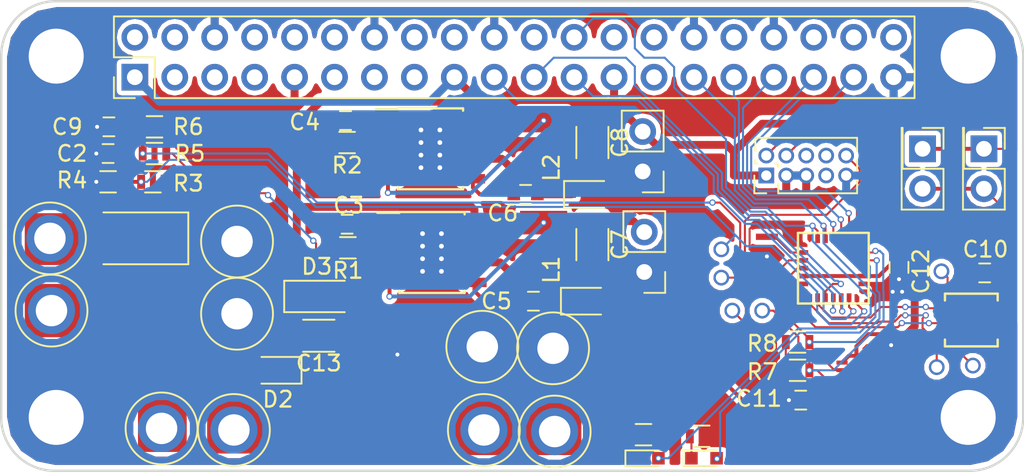
<source format=kicad_pcb>
(kicad_pcb (version 4) (host pcbnew 4.0.6)
  (layers (0 F.Cu signal) (31 B.Cu signal) (34 B.Paste user hide) (35 F.Paste user hide) (36 B.SilkS user) (37 F.SilkS user) (38 B.Mask user) (39 F.Mask user) (44 Edge.Cuts user))
  (net 0 "")
  (net 1 Earth)
  (net 2 "Net-(C3-Pad1)")
  (net 3 "Net-(C4-Pad1)")
  (net 4 "Net-(C5-Pad1)")
  (net 5 3.3V)
  (net 6 5V)
  (net 7 "Net-(D1-Pad1)")
  (net 8 "Net-(D1-Pad2)")
  (net 9 "Net-(D2-Pad2)")
  (net 10 SDA)
  (net 11 SCL)
  (net 12 TX)
  (net 13 RX)
  (net 14 DE)
  (net 15 "Net-(J8-Pad1)")
  (net 16 VIN)
  (net 17 "Net-(R5-Pad1)")
  (net 18 RS-B)
  (net 19 RS-A)
  (net 20 ADCV)
  (net 21 ADCI)
  (net 22 SWDIO)
  (net 23 SWDCLK)
  (net 24 NRST)
  (net 25 "Net-(U7-Pad2)")
  (net 26 "Net-(U7-Pad3)")
  (net 27 "Net-(U7-Pad15)")
  (net 28 "Net-(U7-Pad28)")
  (net 29 MOSI)
  (net 30 MISO)
  (net 31 SCK)
  (net 32 GPIO13)
  (net 33 GPIO19)
  (net 34 GPIO26)
  (net 35 "Net-(C5-Pad2)")
  (net 36 "Net-(C6-Pad2)")
  (net 37 "Net-(C6-Pad1)")
  (net 38 RESPRDY)
  (net 39 "Net-(D6-Pad1)")
  (net 40 RECVRDY)
  (net 41 "Net-(D7-Pad1)")
  (net 42 CS)
  (net 43 "Net-(R1-Pad1)")
  (net 44 "Net-(R2-Pad1)")
  (module Housings_SOIC:HTSOP-8-1EP_3.9x4.9mm_Pitch1.27mm_ThermalVias (layer F.Cu) (at 102.9 54.8)
    (fp_text reference U2 hide)
    (fp_text value "IFX91041 - 5V")
    (pad 1 smd rect (at -2.7 -1.905) (size 1.55 0.6) (layers F.Cu F.Paste F.Mask) (net 1 Earth))
    (pad 2 smd rect (at -2.7 -0.635) (size 1.55 0.6) (layers F.Cu F.Paste F.Mask) (net 1 Earth))
    (pad 3 smd rect (at -2.7 0.635) (size 1.55 0.6) (layers F.Cu F.Paste F.Mask) (net 43 "Net-(R1-Pad1)"))
    (pad 4 smd rect (at -2.7 1.905) (size 1.55 0.6) (layers F.Cu F.Paste F.Mask) (net 6 5V))
    (pad 5 smd rect (at 2.7 1.905) (size 1.55 0.6) (layers F.Cu F.Paste F.Mask) (net 4 "Net-(C5-Pad1)"))
    (pad 6 smd rect (at 2.7 0.635) (size 1.55 0.6) (layers F.Cu F.Paste F.Mask) (net 35 "Net-(C5-Pad2)"))
    (pad 7 smd rect (at 2.7 -0.635) (size 1.55 0.6) (layers F.Cu F.Paste F.Mask) (net 16 VIN))
    (pad 8 smd rect (at 2.7 -1.905) (size 1.55 0.6) (layers F.Cu F.Paste F.Mask) (net 16 VIN))
    (pad 9 smd rect (at 0.6 0.8) (size 1.2 1.6) (layers F.Cu F.Paste F.Mask) (net 1 Earth))
    (pad 9 smd rect (at 0.6 -0.8) (size 1.2 1.6) (layers F.Cu F.Paste F.Mask) (net 1 Earth))
    (pad 9 smd rect (at -0.6 0.8) (size 1.2 1.6) (layers F.Cu F.Paste F.Mask) (net 1 Earth))
    (pad 9 smd rect (at -0.6 -0.8) (size 1.2 1.6) (layers F.Cu F.Paste F.Mask) (net 1 Earth))
    (pad 9 smd rect (at 0 0) (size 2.4 3.2) (layers B.Cu) (net 1 Earth))
    (pad 9 thru_hole circle (at -0.6 -1.2) (size 0.6 0.6) (drill 0.3) (layers *.Cu) (net 1 Earth))
    (pad 9 thru_hole circle (at -0.6 -0.4) (size 0.6 0.6) (drill 0.3) (layers *.Cu) (net 1 Earth))
    (pad 9 thru_hole circle (at 0.6 -0.4) (size 0.6 0.6) (drill 0.3) (layers *.Cu) (net 1 Earth))
    (pad 9 thru_hole circle (at 0.6 -1.2) (size 0.6 0.6) (drill 0.3) (layers *.Cu) (net 1 Earth))
    (pad 9 thru_hole circle (at -0.6 1.2) (size 0.6 0.6) (drill 0.3) (layers *.Cu) (net 1 Earth))
    (pad 9 thru_hole circle (at -0.6 0.4) (size 0.6 0.6) (drill 0.3) (layers *.Cu) (net 1 Earth))
    (pad 9 thru_hole circle (at 0.6 0.4) (size 0.6 0.6) (drill 0.3) (layers *.Cu) (net 1 Earth))
    (pad 9 thru_hole circle (at 0.6 1.2) (size 0.6 0.6) (drill 0.3) (layers *.Cu) (net 1 Earth))
  )
  (module Capacitors_SMD:C_0603 (layer F.Cu) (at 97.5 53)
    (fp_text reference C3 (at 0.1 -1.2) (layer F.SilkS))
    (fp_text value 22nF)
    (pad 2 smd rect (at 0.75 0) (size 0.8 0.75) (layers F.Cu F.Paste F.Mask) (net 1 Earth))
    (pad 1 smd rect (at -0.75 0) (size 0.8 0.75) (layers F.Cu F.Paste F.Mask) (net 2 "Net-(C3-Pad1)"))
  )
  (module Capacitors_SMD:C_0603 (layer F.Cu) (at 97.4 46.4)
    (fp_text reference C4 (at -2.6 0.1) (layer F.SilkS))
    (fp_text value 22nF)
    (pad 2 smd rect (at 0.75 0) (size 0.8 0.75) (layers F.Cu F.Paste F.Mask) (net 1 Earth))
    (pad 1 smd rect (at -0.75 0) (size 0.8 0.75) (layers F.Cu F.Paste F.Mask) (net 3 "Net-(C4-Pad1)"))
  )
  (module Capacitors_SMD:C_0603 (layer F.Cu) (at 109.35 57.9)
    (fp_text reference C5 (at -2.35 0) (layer F.SilkS))
    (fp_text value 220nF)
    (pad 2 smd rect (at 0.75 0) (size 0.8 0.75) (layers F.Cu F.Paste F.Mask) (net 35 "Net-(C5-Pad2)"))
    (pad 1 smd rect (at -0.75 0) (size 0.8 0.75) (layers F.Cu F.Paste F.Mask) (net 4 "Net-(C5-Pad1)"))
  )
  (module Capacitors_SMD:C_0603 (layer F.Cu) (at 82.35 46.8 180)
    (fp_text reference C9 (at 2.65 0 180) (layer F.SilkS))
    (fp_text value 0.1uF)
    (pad 2 smd rect (at 0.75 0 180) (size 0.8 0.75) (layers F.Cu F.Paste F.Mask) (net 1 Earth))
    (pad 1 smd rect (at -0.75 0 180) (size 0.8 0.75) (layers F.Cu F.Paste F.Mask) (net 21 ADCI))
  )
  (module Capacitors_SMD:C_0603 (layer F.Cu) (at 138.05 56.1 180)
    (fp_text reference C10 (at -0.05 1.5 180) (layer F.SilkS))
    (fp_text value 0.1uF)
    (pad 2 smd rect (at 0.75 0 180) (size 0.8 0.75) (layers F.Cu F.Paste F.Mask) (net 1 Earth))
    (pad 1 smd rect (at -0.75 0 180) (size 0.8 0.75) (layers F.Cu F.Paste F.Mask) (net 5 3.3V))
  )
  (module Capacitors_SMD:C_0603 (layer F.Cu) (at 126.35 64.2 180)
    (fp_text reference C11 (at 2.65 0.1 180) (layer F.SilkS))
    (fp_text value 0.1uF)
    (pad 2 smd rect (at 0.75 0 180) (size 0.8 0.75) (layers F.Cu F.Paste F.Mask) (net 1 Earth))
    (pad 1 smd rect (at -0.75 0 180) (size 0.8 0.75) (layers F.Cu F.Paste F.Mask) (net 5 3.3V))
  )
  (module Diodes_SMD:D_SMA (layer F.Cu) (at 84 53.9 180)
    (fp_text reference D1 hide)
    (fp_text value D)
    (pad 1 smd rect (at -2 0 180) (size 2.5 1.8) (layers F.Cu F.Paste F.Mask) (net 7 "Net-(D1-Pad1)"))
    (pad 2 smd rect (at 2 0 180) (size 2.5 1.8) (layers F.Cu F.Paste F.Mask) (net 8 "Net-(D1-Pad2)"))
  )
  (module Connectors:1pin (layer F.Cu) (at 78.6 53.9)
    (fp_text reference J1 hide)
    (fp_text value +45V)
    (pad 1 thru_hole circle (at 0 0) (size 3 3) (drill 2) (layers *.Cu *.Mask) (net 8 "Net-(D1-Pad2)"))
  )
  (module Connectors:1pin (layer F.Cu) (at 78.7 58.5)
    (fp_text reference J2 hide)
    (fp_text value +45V)
    (pad 1 thru_hole circle (at 0 0) (size 3 3) (drill 2) (layers *.Cu *.Mask) (net 7 "Net-(D1-Pad1)"))
  )
  (module Connectors:1pin (layer F.Cu) (at 90.5 54.1)
    (fp_text reference J3 hide)
    (fp_text value GND)
    (pad 1 thru_hole circle (at 0 0) (size 3 3) (drill 2) (layers *.Cu *.Mask) (net 1 Earth))
  )
  (module Connectors:1pin (layer F.Cu) (at 90.5 58.7)
    (fp_text reference J4 hide)
    (fp_text value GND)
    (pad 1 thru_hole circle (at 0 0) (size 3 3) (drill 2) (layers *.Cu *.Mask) (net 1 Earth))
  )
  (module Pin_Headers:Pin_Header_Straight_1x02_Pitch2.54mm (layer F.Cu) (at 116.3 49.64 180)
    (fp_text reference J5 hide)
    (fp_text value 3.3V)
    (pad 1 thru_hole rect (at 0 0 180) (size 1.7 1.7) (drill 1) (layers *.Cu *.Mask) (net 1 Earth))
    (pad 2 thru_hole oval (at 0 2.54 180) (size 1.7 1.7) (drill 1) (layers *.Cu *.Mask) (net 5 3.3V))
  )
  (module Pin_Headers:Pin_Header_Straight_1x02_Pitch2.54mm (layer F.Cu) (at 116.4 56.04 180)
    (fp_text reference J6 hide)
    (fp_text value 5V)
    (pad 1 thru_hole rect (at 0 0 180) (size 1.7 1.7) (drill 1) (layers *.Cu *.Mask) (net 1 Earth))
    (pad 2 thru_hole oval (at 0 2.54 180) (size 1.7 1.7) (drill 1) (layers *.Cu *.Mask) (net 6 5V))
  )
  (module Pin_Headers:Pin_Header_Straight_2x20_Pitch2.54mm (layer F.Cu) (at 84 43.64 90)
    (fp_text reference J7 hide)
    (fp_text value CONN_02X20)
    (pad 1 thru_hole rect (at 0 0 90) (size 1.7 1.7) (drill 1) (layers *.Cu *.Mask) (net 5 3.3V))
    (pad 2 thru_hole oval (at 2.54 0 90) (size 1.7 1.7) (drill 1) (layers *.Cu *.Mask))
    (pad 3 thru_hole oval (at 0 2.54 90) (size 1.7 1.7) (drill 1) (layers *.Cu *.Mask))
    (pad 4 thru_hole oval (at 2.54 2.54 90) (size 1.7 1.7) (drill 1) (layers *.Cu *.Mask))
    (pad 5 thru_hole oval (at 0 5.08 90) (size 1.7 1.7) (drill 1) (layers *.Cu *.Mask))
    (pad 6 thru_hole oval (at 2.54 5.08 90) (size 1.7 1.7) (drill 1) (layers *.Cu *.Mask) (net 1 Earth))
    (pad 7 thru_hole oval (at 0 7.62 90) (size 1.7 1.7) (drill 1) (layers *.Cu *.Mask))
    (pad 8 thru_hole oval (at 2.54 7.62 90) (size 1.7 1.7) (drill 1) (layers *.Cu *.Mask))
    (pad 9 thru_hole oval (at 0 10.16 90) (size 1.7 1.7) (drill 1) (layers *.Cu *.Mask) (net 1 Earth))
    (pad 10 thru_hole oval (at 2.54 10.16 90) (size 1.7 1.7) (drill 1) (layers *.Cu *.Mask))
    (pad 11 thru_hole oval (at 0 12.7 90) (size 1.7 1.7) (drill 1) (layers *.Cu *.Mask))
    (pad 12 thru_hole oval (at 2.54 12.7 90) (size 1.7 1.7) (drill 1) (layers *.Cu *.Mask))
    (pad 13 thru_hole oval (at 0 15.24 90) (size 1.7 1.7) (drill 1) (layers *.Cu *.Mask))
    (pad 14 thru_hole oval (at 2.54 15.24 90) (size 1.7 1.7) (drill 1) (layers *.Cu *.Mask) (net 1 Earth))
    (pad 15 thru_hole oval (at 0 17.78 90) (size 1.7 1.7) (drill 1) (layers *.Cu *.Mask))
    (pad 16 thru_hole oval (at 2.54 17.78 90) (size 1.7 1.7) (drill 1) (layers *.Cu *.Mask))
    (pad 17 thru_hole oval (at 0 20.32 90) (size 1.7 1.7) (drill 1) (layers *.Cu *.Mask) (net 5 3.3V))
    (pad 18 thru_hole oval (at 2.54 20.32 90) (size 1.7 1.7) (drill 1) (layers *.Cu *.Mask))
    (pad 19 thru_hole oval (at 0 22.86 90) (size 1.7 1.7) (drill 1) (layers *.Cu *.Mask) (net 29 MOSI))
    (pad 20 thru_hole oval (at 2.54 22.86 90) (size 1.7 1.7) (drill 1) (layers *.Cu *.Mask) (net 1 Earth))
    (pad 21 thru_hole oval (at 0 25.4 90) (size 1.7 1.7) (drill 1) (layers *.Cu *.Mask) (net 30 MISO))
    (pad 22 thru_hole oval (at 2.54 25.4 90) (size 1.7 1.7) (drill 1) (layers *.Cu *.Mask))
    (pad 23 thru_hole oval (at 0 27.94 90) (size 1.7 1.7) (drill 1) (layers *.Cu *.Mask) (net 31 SCK))
    (pad 24 thru_hole oval (at 2.54 27.94 90) (size 1.7 1.7) (drill 1) (layers *.Cu *.Mask) (net 42 CS))
    (pad 25 thru_hole oval (at 0 30.48 90) (size 1.7 1.7) (drill 1) (layers *.Cu *.Mask) (net 1 Earth))
    (pad 26 thru_hole oval (at 2.54 30.48 90) (size 1.7 1.7) (drill 1) (layers *.Cu *.Mask))
    (pad 27 thru_hole oval (at 0 33.02 90) (size 1.7 1.7) (drill 1) (layers *.Cu *.Mask))
    (pad 28 thru_hole oval (at 2.54 33.02 90) (size 1.7 1.7) (drill 1) (layers *.Cu *.Mask))
    (pad 29 thru_hole oval (at 0 35.56 90) (size 1.7 1.7) (drill 1) (layers *.Cu *.Mask) (net 38 RESPRDY))
    (pad 30 thru_hole oval (at 2.54 35.56 90) (size 1.7 1.7) (drill 1) (layers *.Cu *.Mask) (net 1 Earth))
    (pad 31 thru_hole oval (at 0 38.1 90) (size 1.7 1.7) (drill 1) (layers *.Cu *.Mask) (net 40 RECVRDY))
    (pad 32 thru_hole oval (at 2.54 38.1 90) (size 1.7 1.7) (drill 1) (layers *.Cu *.Mask))
    (pad 33 thru_hole oval (at 0 40.64 90) (size 1.7 1.7) (drill 1) (layers *.Cu *.Mask) (net 32 GPIO13))
    (pad 34 thru_hole oval (at 2.54 40.64 90) (size 1.7 1.7) (drill 1) (layers *.Cu *.Mask) (net 1 Earth))
    (pad 35 thru_hole oval (at 0 43.18 90) (size 1.7 1.7) (drill 1) (layers *.Cu *.Mask) (net 33 GPIO19))
    (pad 36 thru_hole oval (at 2.54 43.18 90) (size 1.7 1.7) (drill 1) (layers *.Cu *.Mask))
    (pad 37 thru_hole oval (at 0 45.72 90) (size 1.7 1.7) (drill 1) (layers *.Cu *.Mask) (net 34 GPIO26))
    (pad 38 thru_hole oval (at 2.54 45.72 90) (size 1.7 1.7) (drill 1) (layers *.Cu *.Mask))
    (pad 39 thru_hole oval (at 0 48.26 90) (size 1.7 1.7) (drill 1) (layers *.Cu *.Mask) (net 1 Earth))
    (pad 40 thru_hole oval (at 2.54 48.26 90) (size 1.7 1.7) (drill 1) (layers *.Cu *.Mask))
  )
  (module Connectors:1pin (layer F.Cu) (at 106.2 66.1)
    (fp_text reference J8 hide)
    (fp_text value MOTOR hide)
    (pad 1 thru_hole circle (at 0 0) (size 3 3) (drill 2) (layers *.Cu *.Mask) (net 15 "Net-(J8-Pad1)"))
  )
  (module Connectors:1pin (layer F.Cu) (at 110.7 66.2)
    (fp_text reference J9 hide)
    (fp_text value MOTOR hide)
    (pad 1 thru_hole circle (at 0 0) (size 3 3) (drill 2) (layers *.Cu *.Mask) (net 15 "Net-(J8-Pad1)"))
  )
  (module Connectors:1pin (layer F.Cu) (at 110.6 60.9 90)
    (fp_text reference J10 hide)
    (fp_text value GND)
    (pad 1 thru_hole circle (at 0 0 90) (size 3 3) (drill 2) (layers *.Cu *.Mask) (net 1 Earth))
  )
  (module Connectors:1pin (layer F.Cu) (at 106.1 60.8 90)
    (fp_text reference J11 hide)
    (fp_text value GND)
    (pad 1 thru_hole circle (at 0 0 90) (size 3 3) (drill 2) (layers *.Cu *.Mask) (net 1 Earth))
  )
  (module Connectors:1pin (layer F.Cu) (at 85.7 66 180)
    (fp_text reference J12 hide)
    (fp_text value SW1)
    (pad 1 thru_hole circle (at 0 0 180) (size 3 3) (drill 2) (layers *.Cu *.Mask) (net 7 "Net-(D1-Pad1)"))
  )
  (module Connectors:1pin (layer F.Cu) (at 90.3 66.1 180)
    (fp_text reference J13 hide)
    (fp_text value SW2)
    (pad 1 thru_hole circle (at 0 0 180) (size 3 3) (drill 2) (layers *.Cu *.Mask) (net 9 "Net-(D2-Pad2)"))
  )
  (module Resistors_SMD:R_0603 (layer F.Cu) (at 85.15 50.3 180)
    (fp_text reference R3 (at -2.25 -0.1 180) (layer F.SilkS))
    (fp_text value "100K 1%")
    (pad 1 smd rect (at -0.75 0 180) (size 0.5 0.9) (layers F.Cu F.Paste F.Mask) (net 9 "Net-(D2-Pad2)"))
    (pad 2 smd rect (at 0.75 0 180) (size 0.5 0.9) (layers F.Cu F.Paste F.Mask) (net 20 ADCV))
  )
  (module Resistors_SMD:R_0603 (layer F.Cu) (at 82.3 50.3 180)
    (fp_text reference R4 (at 2.3 0.1 180) (layer F.SilkS))
    (fp_text value "4K 1%")
    (pad 1 smd rect (at -0.75 0 180) (size 0.5 0.9) (layers F.Cu F.Paste F.Mask) (net 20 ADCV))
    (pad 2 smd rect (at 0.75 0 180) (size 0.5 0.9) (layers F.Cu F.Paste F.Mask) (net 1 Earth))
  )
  (module Resistors_SMD:R_0603 (layer F.Cu) (at 85.25 48.5 180)
    (fp_text reference R5 (at -2.25 0 180) (layer F.SilkS))
    (fp_text value "4K 1%")
    (pad 1 smd rect (at -0.75 0 180) (size 0.5 0.9) (layers F.Cu F.Paste F.Mask) (net 17 "Net-(R5-Pad1)"))
    (pad 2 smd rect (at 0.75 0 180) (size 0.5 0.9) (layers F.Cu F.Paste F.Mask) (net 21 ADCI))
  )
  (module Resistors_SMD:R_0603 (layer F.Cu) (at 85.25 46.8)
    (fp_text reference R6 (at 2.15 0) (layer F.SilkS))
    (fp_text value "6K 1%")
    (pad 1 smd rect (at -0.75 0) (size 0.5 0.9) (layers F.Cu F.Paste F.Mask) (net 21 ADCI))
    (pad 2 smd rect (at 0.75 0) (size 0.5 0.9) (layers F.Cu F.Paste F.Mask) (net 1 Earth))
  )
  (module Resistors_SMD:R_0603 (layer F.Cu) (at 126.15 62.3)
    (fp_text reference R7 (at -2.25 0.1) (layer F.SilkS))
    (fp_text value 10K)
    (pad 1 smd rect (at -0.75 0) (size 0.5 0.9) (layers F.Cu F.Paste F.Mask) (net 5 3.3V))
    (pad 2 smd rect (at 0.75 0) (size 0.5 0.9) (layers F.Cu F.Paste F.Mask) (net 10 SDA))
  )
  (module Resistors_SMD:R_0603 (layer F.Cu) (at 126.15 60.5)
    (fp_text reference R8 (at -2.25 0.1) (layer F.SilkS))
    (fp_text value 10K)
    (pad 1 smd rect (at -0.75 0) (size 0.5 0.9) (layers F.Cu F.Paste F.Mask) (net 5 3.3V))
    (pad 2 smd rect (at 0.75 0) (size 0.5 0.9) (layers F.Cu F.Paste F.Mask) (net 11 SCL))
  )
  (module Dizzy:ACS781 (layer F.Cu) (at 100.7 63.7 180)
    (fp_text reference U1 hide)
    (fp_text value ACS781 hide)
    (pad 6 smd rect (at -1.5 -2.4 180) (size 1.8 1.8) (layers F.Cu F.Paste F.Mask) (net 15 "Net-(J8-Pad1)"))
    (pad 5 smd rect (at 1.5 -2.4 180) (size 1.8 1.8) (layers F.Cu F.Paste F.Mask) (net 9 "Net-(D2-Pad2)"))
    (pad 2 smd rect (at 0 2.4 180) (size 0.5 1.6) (layers F.Cu F.Paste F.Mask) (net 1 Earth))
    (pad 3 smd rect (at 1.6 2.4 180) (size 0.5 1.6) (layers F.Cu F.Paste F.Mask) (net 17 "Net-(R5-Pad1)"))
    (pad 1 smd rect (at -1.6 2.4 180) (size 0.5 1.6) (layers F.Cu F.Paste F.Mask) (net 5 3.3V))
  )
  (module Dizzy:LGA16R50P3X5_300X300X100 (layer F.Cu) (at 130.4 62.8)
    (fp_text reference U5 hide)
    (fp_text value LSM6DS33 hide)
    (pad 1 smd rect (at -1.4224 -0.9906 270) (size 0.254 0.7112) (layers F.Cu F.Paste F.Mask) (net 5 3.3V))
    (pad 2 smd rect (at -1.4224 -0.508 270) (size 0.254 0.7112) (layers F.Cu F.Paste F.Mask) (net 11 SCL))
    (pad 3 smd rect (at -1.4224 0 270) (size 0.254 0.7112) (layers F.Cu F.Paste F.Mask) (net 10 SDA))
    (pad 4 smd rect (at -1.4224 0.508 270) (size 0.254 0.7112) (layers F.Cu F.Paste F.Mask) (net 5 3.3V))
    (pad 5 smd rect (at -1.4224 0.9906 270) (size 0.254 0.7112) (layers F.Cu F.Paste F.Mask) (net 5 3.3V))
    (pad 6 smd rect (at -0.508 1.4224 180) (size 0.254 0.7112) (layers F.Cu F.Paste F.Mask))
    (pad 7 smd rect (at 0 1.4224 180) (size 0.254 0.7112) (layers F.Cu F.Paste F.Mask))
    (pad 8 smd rect (at 0.508 1.4224 180) (size 0.254 0.7112) (layers F.Cu F.Paste F.Mask) (net 1 Earth))
    (pad 9 smd rect (at 1.4224 0.9906 270) (size 0.254 0.7112) (layers F.Cu F.Paste F.Mask) (net 1 Earth))
    (pad 10 smd rect (at 1.4224 0.508 270) (size 0.254 0.7112) (layers F.Cu F.Paste F.Mask) (net 1 Earth))
    (pad 11 smd rect (at 1.4224 0 270) (size 0.254 0.7112) (layers F.Cu F.Paste F.Mask) (net 1 Earth))
    (pad 12 smd rect (at 1.4224 -0.508 270) (size 0.254 0.7112) (layers F.Cu F.Paste F.Mask) (net 1 Earth))
    (pad 13 smd rect (at 1.4224 -0.9906 270) (size 0.254 0.7112) (layers F.Cu F.Paste F.Mask) (net 1 Earth))
    (pad 14 smd rect (at 0.508 -1.4224 180) (size 0.254 0.7112) (layers F.Cu F.Paste F.Mask))
    (pad 15 smd rect (at 0 -1.4224 180) (size 0.254 0.7112) (layers F.Cu F.Paste F.Mask) (net 1 Earth))
    (pad 16 smd rect (at -0.508 -1.4224 180) (size 0.254 0.7112) (layers F.Cu F.Paste F.Mask) (net 5 3.3V))
  )
  (module Dizzy:LTC2876 (layer F.Cu) (at 137.2 59.1)
    (fp_text reference U6 hide)
    (fp_text value LTC2876 hide)
    (pad 1 smd rect (at -1.5113 -0.75) (size 0.889 0.3048) (layers F.Cu F.Paste F.Mask) (net 13 RX))
    (pad 2 smd rect (at -1.5113 -0.25) (size 0.889 0.3048) (layers F.Cu F.Paste F.Mask) (net 1 Earth))
    (pad 3 smd rect (at -1.5113 0.25) (size 0.889 0.3048) (layers F.Cu F.Paste F.Mask) (net 14 DE))
    (pad 4 smd rect (at -1.5113 0.75) (size 0.889 0.3048) (layers F.Cu F.Paste F.Mask) (net 12 TX))
    (pad 5 smd rect (at 1.5113 0.75) (size 0.889 0.3048) (layers F.Cu F.Paste F.Mask) (net 1 Earth))
    (pad 6 smd rect (at 1.5113 0.25) (size 0.889 0.3048) (layers F.Cu F.Paste F.Mask) (net 18 RS-B))
    (pad 7 smd rect (at 1.5113 -0.25) (size 0.889 0.3048) (layers F.Cu F.Paste F.Mask) (net 19 RS-A))
    (pad 8 smd rect (at 1.5113 -0.75) (size 0.889 0.3048) (layers F.Cu F.Paste F.Mask) (net 5 3.3V))
    (pad 9 smd rect (at 0 0.1) (size 0.6 2) (layers F.Cu F.Paste F.Mask) (net 1 Earth))
  )
  (module Capacitors_SMD:C_0603 (layer F.Cu) (at 82.3 48.5 180)
    (fp_text reference C2 (at 2.3 0 180) (layer F.SilkS))
    (fp_text value 0.1uF)
    (pad 2 smd rect (at 0.75 0 180) (size 0.8 0.75) (layers F.Cu F.Paste F.Mask) (net 1 Earth))
    (pad 1 smd rect (at -0.75 0 180) (size 0.8 0.75) (layers F.Cu F.Paste F.Mask) (net 20 ADCV))
  )
  (module Pin_Headers:Pin_Header_Straight_2x05_Pitch1.27mm (layer F.Cu) (at 124.16 49.9 90)
    (fp_text reference J18 hide)
    (fp_text value CONN_02X05)
    (pad 1 thru_hole rect (at 0 0 90) (size 1 1) (drill 0.65) (layers *.Cu *.Mask) (net 5 3.3V))
    (pad 2 thru_hole oval (at 1.27 0 90) (size 1 1) (drill 0.65) (layers *.Cu *.Mask) (net 22 SWDIO))
    (pad 3 thru_hole oval (at 0 1.27 90) (size 1 1) (drill 0.65) (layers *.Cu *.Mask) (net 1 Earth))
    (pad 4 thru_hole oval (at 1.27 1.27 90) (size 1 1) (drill 0.65) (layers *.Cu *.Mask) (net 23 SWDCLK))
    (pad 5 thru_hole oval (at 0 2.54 90) (size 1 1) (drill 0.65) (layers *.Cu *.Mask) (net 1 Earth))
    (pad 6 thru_hole oval (at 1.27 2.54 90) (size 1 1) (drill 0.65) (layers *.Cu *.Mask))
    (pad 7 thru_hole oval (at 0 3.81 90) (size 1 1) (drill 0.65) (layers *.Cu *.Mask))
    (pad 8 thru_hole oval (at 1.27 3.81 90) (size 1 1) (drill 0.65) (layers *.Cu *.Mask))
    (pad 9 thru_hole oval (at 0 5.08 90) (size 1 1) (drill 0.65) (layers *.Cu *.Mask) (net 1 Earth))
    (pad 10 thru_hole oval (at 1.27 5.08 90) (size 1 1) (drill 0.65) (layers *.Cu *.Mask) (net 24 NRST))
  )
  (module Dizzy:STM32F031G4U6 (layer F.Cu) (at 128.425 55.8)
    (fp_text reference U7 hide)
    (fp_text value STM32F031G4U6 hide)
    (pad 2 smd rect (at -1.875 -1) (size 0.55 0.3) (layers F.Cu F.Paste F.Mask) (net 25 "Net-(U7-Pad2)"))
    (pad 3 smd rect (at -1.875 -0.5) (size 0.55 0.3) (layers F.Cu F.Paste F.Mask) (net 26 "Net-(U7-Pad3)"))
    (pad 4 smd rect (at -1.875 0) (size 0.55 0.3) (layers F.Cu F.Paste F.Mask) (net 24 NRST))
    (pad 5 smd rect (at -1.875 0.5) (size 0.55 0.3) (layers F.Cu F.Paste F.Mask) (net 5 3.3V))
    (pad 6 smd rect (at -1.875 1) (size 0.55 0.3) (layers F.Cu F.Paste F.Mask) (net 21 ADCI))
    (pad 9 smd rect (at -1 1.875 90) (size 0.55 0.3) (layers F.Cu F.Paste F.Mask) (net 13 RX))
    (pad 10 smd rect (at -0.5 1.875 90) (size 0.55 0.3) (layers F.Cu F.Paste F.Mask) (net 42 CS))
    (pad 11 smd rect (at 0 1.875 90) (size 0.55 0.3) (layers F.Cu F.Paste F.Mask) (net 31 SCK))
    (pad 12 smd rect (at 0.5 1.875 90) (size 0.55 0.3) (layers F.Cu F.Paste F.Mask) (net 30 MISO))
    (pad 13 smd rect (at 1 1.875 90) (size 0.55 0.3) (layers F.Cu F.Paste F.Mask) (net 29 MOSI))
    (pad 16 smd rect (at 1.875 1 180) (size 0.55 0.3) (layers F.Cu F.Paste F.Mask) (net 1 Earth))
    (pad 17 smd rect (at 1.875 0.5 180) (size 0.55 0.3) (layers F.Cu F.Paste F.Mask) (net 5 3.3V))
    (pad 18 smd rect (at 1.875 0 180) (size 0.55 0.3) (layers F.Cu F.Paste F.Mask))
    (pad 19 smd rect (at 1.875 -0.5 180) (size 0.55 0.3) (layers F.Cu F.Paste F.Mask) (net 11 SCL))
    (pad 20 smd rect (at 1.875 -1 180) (size 0.55 0.3) (layers F.Cu F.Paste F.Mask) (net 10 SDA))
    (pad 23 smd rect (at 1 -1.875 270) (size 0.55 0.3) (layers F.Cu F.Paste F.Mask) (net 34 GPIO26))
    (pad 24 smd rect (at 0.5 -1.875 270) (size 0.55 0.3) (layers F.Cu F.Paste F.Mask) (net 33 GPIO19))
    (pad 25 smd rect (at 0 -1.875 270) (size 0.55 0.3) (layers F.Cu F.Paste F.Mask) (net 32 GPIO13))
    (pad 26 smd rect (at -0.5 -1.875 270) (size 0.55 0.3) (layers F.Cu F.Paste F.Mask) (net 40 RECVRDY))
    (pad 27 smd rect (at -1 -1.875 270) (size 0.55 0.3) (layers F.Cu F.Paste F.Mask) (net 38 RESPRDY))
    (pad 1 smd rect (at -1.975 -1.5) (size 0.35 0.3) (layers F.Cu F.Paste F.Mask) (net 1 Earth))
    (pad 7 smd rect (at -1.975 1.5) (size 0.35 0.3) (layers F.Cu F.Paste F.Mask) (net 14 DE))
    (pad 8 smd rect (at -1.5 1.975 90) (size 0.35 0.3) (layers F.Cu F.Paste F.Mask) (net 12 TX))
    (pad 14 smd rect (at 1.5 1.975 90) (size 0.35 0.3) (layers F.Cu F.Paste F.Mask) (net 20 ADCV))
    (pad 15 smd rect (at 1.975 1.5 180) (size 0.35 0.3) (layers F.Cu F.Paste F.Mask) (net 27 "Net-(U7-Pad15)"))
    (pad 21 smd rect (at 1.975 -1.5 180) (size 0.35 0.3) (layers F.Cu F.Paste F.Mask) (net 22 SWDIO))
    (pad 22 smd rect (at 1.5 -1.975 270) (size 0.35 0.3) (layers F.Cu F.Paste F.Mask) (net 23 SWDCLK))
    (pad 28 smd rect (at -1.5 -1.975 270) (size 0.35 0.3) (layers F.Cu F.Paste F.Mask) (net 28 "Net-(U7-Pad28)"))
    (pad 1 smd trapezoid (at -1.725 -1.5) (size 0.15 0.15) (rect_delta 0.14 0) (layers F.Cu F.Paste F.Mask) (net 1 Earth))
    (pad 28 smd trapezoid (at -1.5 -1.725) (size 0.15 0.15) (rect_delta 0 -0.14) (layers F.Cu F.Paste F.Mask) (net 28 "Net-(U7-Pad28)"))
    (pad 7 smd trapezoid (at -1.725 1.5) (size 0.15 0.15) (rect_delta 0.14 0) (layers F.Cu F.Paste F.Mask) (net 14 DE))
    (pad 8 smd trapezoid (at -1.5 1.725) (size 0.15 0.15) (rect_delta 0 0.14) (layers F.Cu F.Paste F.Mask) (net 12 TX))
    (pad 14 smd trapezoid (at 1.5 1.725) (size 0.15 0.15) (rect_delta 0 0.14) (layers F.Cu F.Paste F.Mask) (net 20 ADCV))
    (pad 15 smd trapezoid (at 1.725 1.5) (size 0.15 0.15) (rect_delta -0.14 0) (layers F.Cu F.Paste F.Mask) (net 27 "Net-(U7-Pad15)"))
    (pad 21 smd trapezoid (at 1.725 -1.5) (size 0.15 0.15) (rect_delta -0.14 0) (layers F.Cu F.Paste F.Mask) (net 22 SWDIO))
    (pad 22 smd trapezoid (at 1.5 -1.725) (size 0.15 0.15) (rect_delta 0 -0.14) (layers F.Cu F.Paste F.Mask) (net 23 SWDCLK))
    (pad 1 smd rect (at -1.725 -1.425) (size 0.15 0.15) (layers F.Cu F.Paste F.Mask) (net 1 Earth))
    (pad 7 smd rect (at -1.725 1.425) (size 0.15 0.15) (layers F.Cu F.Paste F.Mask) (net 14 DE))
    (pad 8 smd rect (at -1.425 1.725) (size 0.15 0.15) (layers F.Cu F.Paste F.Mask) (net 12 TX))
    (pad 14 smd rect (at 1.425 1.725) (size 0.15 0.15) (layers F.Cu F.Paste F.Mask) (net 20 ADCV))
    (pad 15 smd rect (at 1.725 1.425) (size 0.15 0.15) (layers F.Cu F.Paste F.Mask) (net 27 "Net-(U7-Pad15)"))
    (pad 21 smd rect (at 1.725 -1.425) (size 0.15 0.15) (layers F.Cu F.Paste F.Mask) (net 22 SWDIO))
    (pad 22 smd rect (at 1.425 -1.725) (size 0.15 0.15) (layers F.Cu F.Paste F.Mask) (net 23 SWDCLK))
  )
  (module Pin_Headers:Pin_Header_Straight_2x01_Pitch2.54mm (layer F.Cu) (at 138 48.2 270)
    (fp_text reference J26 hide)
    (fp_text value CONN_01X02)
    (pad 1 thru_hole rect (at 0 0 270) (size 1.7 1.7) (drill 1) (layers *.Cu *.Mask) (net 18 RS-B))
    (pad 2 thru_hole oval (at 2.54 0 270) (size 1.7 1.7) (drill 1) (layers *.Cu *.Mask) (net 19 RS-A))
  )
  (module Pin_Headers:Pin_Header_Straight_2x01_Pitch2.54mm (layer F.Cu) (at 134.1 48.2 270)
    (fp_text reference J27 hide)
    (fp_text value CONN_01X02)
    (pad 1 thru_hole rect (at 0 0 270) (size 1.7 1.7) (drill 1) (layers *.Cu *.Mask) (net 18 RS-B))
    (pad 2 thru_hole oval (at 2.54 0 270) (size 1.7 1.7) (drill 1) (layers *.Cu *.Mask) (net 19 RS-A))
  )
  (module Capacitors_SMD:C_0603 (layer F.Cu) (at 132.6 55.75 270)
    (fp_text reference C12 (at 0.25 -1.4 270) (layer F.SilkS))
    (fp_text value 0.1uF)
    (pad 2 smd rect (at 0.75 0 270) (size 0.8 0.75) (layers F.Cu F.Paste F.Mask) (net 1 Earth))
    (pad 1 smd rect (at -0.75 0 270) (size 0.8 0.75) (layers F.Cu F.Paste F.Mask) (net 5 3.3V))
  )
  (module Dizzy:Oscillator (layer F.Cu) (at 126.5 53.8 270)
    (fp_text reference Y1 hide)
    (fp_text value Resonator_Small)
    (pad 1 smd rect (at 0 2.3 270) (size 0.4 1.4) (layers F.Cu F.Paste F.Mask) (net 25 "Net-(U7-Pad2)"))
    (pad 2 smd rect (at 1.2 2.3 270) (size 0.4 1.4) (layers F.Cu F.Paste F.Mask) (net 1 Earth))
    (pad 3 smd rect (at 2.4 2.3 270) (size 0.4 1.4) (layers F.Cu F.Paste F.Mask) (net 26 "Net-(U7-Pad3)"))
  )
  (module Capacitors_SMD:C_1206 (layer F.Cu) (at 113.1 47.8 270)
    (fp_text reference C8 (at 0 -1.75 270) (layer F.SilkS))
    (fp_text value 100uF)
    (pad 1 smd rect (at -1.5 0 270) (size 1 1.6) (layers F.Cu F.Paste F.Mask) (net 5 3.3V))
    (pad 2 smd rect (at 1.5 0 270) (size 1 1.6) (layers F.Cu F.Paste F.Mask) (net 1 Earth))
  )
  (module Capacitors_SMD:C_1206 (layer F.Cu) (at 95.7 60.1 180)
    (fp_text reference C13 (at 0 -1.75 180) (layer F.SilkS))
    (fp_text value 1uF)
    (pad 1 smd rect (at -1.5 0 180) (size 1 1.6) (layers F.Cu F.Paste F.Mask) (net 1 Earth))
    (pad 2 smd rect (at 1.5 0 180) (size 1 1.6) (layers F.Cu F.Paste F.Mask) (net 16 VIN))
  )
  (module Diodes_SMD:D_SOD-323F (layer F.Cu) (at 93.1 62.3 180)
    (fp_text reference D2 (at 0 -1.85 180) (layer F.SilkS))
    (fp_text value D)
    (pad 1 smd rect (at -1.1 0 180) (size 0.5 0.5) (layers F.Cu F.Paste F.Mask) (net 16 VIN))
    (pad 2 smd rect (at 1.1 0 180) (size 0.5 0.5) (layers F.Cu F.Paste F.Mask) (net 9 "Net-(D2-Pad2)"))
  )
  (module Diodes_SMD:D_SOD-123F (layer F.Cu) (at 95.7 57.6)
    (fp_text reference D3 (at -0.127 -1.905) (layer F.SilkS))
    (fp_text value 47V)
    (pad 1 smd rect (at -1.4 0) (size 1.1 1.1) (layers F.Cu F.Paste F.Mask) (net 16 VIN))
    (pad 2 smd rect (at 1.4 0) (size 1.1 1.1) (layers F.Cu F.Paste F.Mask) (net 1 Earth))
  )
  (module Capacitors_SMD:C_0603 (layer F.Cu) (at 108.85 51.1)
    (fp_text reference C6 (at -1.45 1.2) (layer F.SilkS))
    (fp_text value 220nF)
    (pad 2 smd rect (at 0.75 0) (size 0.8 0.75) (layers F.Cu F.Paste F.Mask) (net 36 "Net-(C6-Pad2)"))
    (pad 1 smd rect (at -0.75 0) (size 0.8 0.75) (layers F.Cu F.Paste F.Mask) (net 37 "Net-(C6-Pad1)"))
  )
  (module Capacitors_SMD:C_1206 (layer F.Cu) (at 113.1 54.3 270)
    (fp_text reference C7 (at 0 -1.75 270) (layer F.SilkS))
    (fp_text value 100uF)
    (pad 1 smd rect (at -1.5 0 270) (size 1 1.6) (layers F.Cu F.Paste F.Mask) (net 6 5V))
    (pad 2 smd rect (at 1.5 0 270) (size 1 1.6) (layers F.Cu F.Paste F.Mask) (net 1 Earth))
  )
  (module Diodes_SMD:D_SOD-323 (layer F.Cu) (at 112.6 57.9)
    (fp_text reference D4 hide)
    (fp_text value D_Small)
    (pad 1 smd rect (at -1.05 0) (size 0.6 0.45) (layers F.Cu F.Paste F.Mask) (net 35 "Net-(C5-Pad2)"))
    (pad 2 smd rect (at 1.05 0) (size 0.6 0.45) (layers F.Cu F.Paste F.Mask) (net 1 Earth))
  )
  (module Diodes_SMD:D_SOD-323 (layer F.Cu) (at 112.8 51.1)
    (fp_text reference D5 hide)
    (fp_text value D_Small)
    (pad 1 smd rect (at -1.05 0) (size 0.6 0.45) (layers F.Cu F.Paste F.Mask) (net 36 "Net-(C6-Pad2)"))
    (pad 2 smd rect (at 1.05 0) (size 0.6 0.45) (layers F.Cu F.Paste F.Mask) (net 1 Earth))
  )
  (module LEDs:LED_0603 (layer F.Cu) (at 116.5 67.9)
    (fp_text reference D6 hide)
    (fp_text value LED_Small)
    (pad 2 smd rect (at 0.8 0 180) (size 0.8 0.8) (layers F.Cu F.Paste F.Mask) (net 38 RESPRDY))
    (pad 1 smd rect (at -0.8 0 180) (size 0.8 0.8) (layers F.Cu F.Paste F.Mask) (net 39 "Net-(D6-Pad1)"))
  )
  (module LEDs:LED_0603 (layer F.Cu) (at 120.2 67.9)
    (fp_text reference D7 hide)
    (fp_text value LED_Small)
    (pad 2 smd rect (at 0.8 0 180) (size 0.8 0.8) (layers F.Cu F.Paste F.Mask) (net 40 RECVRDY))
    (pad 1 smd rect (at -0.8 0 180) (size 0.8 0.8) (layers F.Cu F.Paste F.Mask) (net 41 "Net-(D7-Pad1)"))
  )
  (module Dizzy:1pin (layer F.Cu) (at 137 42.3)
    (fp_text reference J14 hide)
    (fp_text value MOUNT)
    (pad 1 thru_hole circle (at 0 0) (size 4 4) (drill 3.5) (layers *.Cu *.Mask) (net 1 Earth))
  )
  (module Dizzy:1pin (layer F.Cu) (at 137 65.3)
    (fp_text reference J15 hide)
    (fp_text value MOUNT)
    (pad 1 thru_hole circle (at 0 0) (size 4 4) (drill 3.5) (layers *.Cu *.Mask) (net 1 Earth))
  )
  (module Dizzy:1pin (layer F.Cu) (at 79 42.3)
    (fp_text reference J16 hide)
    (fp_text value MOUNT)
    (pad 1 thru_hole circle (at 0 0) (size 4 4) (drill 3.5) (layers *.Cu *.Mask) (net 1 Earth))
  )
  (module Dizzy:1pin (layer F.Cu) (at 79 65.3)
    (fp_text reference J17 hide)
    (fp_text value MOUNT)
    (pad 1 thru_hole circle (at 0 0) (size 4 4) (drill 3.5) (layers *.Cu *.Mask) (net 1 Earth))
  )
  (module Dizzy:1pin (layer F.Cu) (at 122 58.5)
    (fp_text reference J19 hide)
    (fp_text value SDA)
    (pad 1 thru_hole circle (at 0 0) (size 1 1) (drill 0.7) (layers *.Cu *.Mask) (net 10 SDA))
  )
  (module Dizzy:1pin (layer F.Cu) (at 123.9 58.5)
    (fp_text reference J20 hide)
    (fp_text value SCL)
    (pad 1 thru_hole circle (at 0 0) (size 1 1) (drill 0.7) (layers *.Cu *.Mask) (net 11 SCL))
  )
  (module Dizzy:1pin (layer F.Cu) (at 121.3 56.4)
    (fp_text reference J21 hide)
    (fp_text value ADCI)
    (pad 1 thru_hole circle (at 0 0) (size 1 1) (drill 0.7) (layers *.Cu *.Mask) (net 21 ADCI))
  )
  (module Dizzy:1pin (layer F.Cu) (at 121.3 54.6)
    (fp_text reference J22 hide)
    (fp_text value ADCV)
    (pad 1 thru_hole circle (at 0 0) (size 1 1) (drill 0.7) (layers *.Cu *.Mask) (net 20 ADCV))
  )
  (module Dizzy:1pin (layer F.Cu) (at 137.3 62)
    (fp_text reference J23 hide)
    (fp_text value DE)
    (pad 1 thru_hole circle (at 0 0) (size 1 1) (drill 0.7) (layers *.Cu *.Mask) (net 14 DE))
  )
  (module Dizzy:1pin (layer F.Cu) (at 135 62.1)
    (fp_text reference J24 hide)
    (fp_text value TX)
    (pad 1 thru_hole circle (at 0 0) (size 1 1) (drill 0.7) (layers *.Cu *.Mask) (net 12 TX))
  )
  (module Dizzy:1pin (layer F.Cu) (at 135.3 56)
    (fp_text reference J25 hide)
    (fp_text value RX)
    (pad 1 thru_hole circle (at 0 0) (size 1 1) (drill 0.7) (layers *.Cu *.Mask) (net 13 RX))
  )
  (module Resistors_SMD:R_0603 (layer F.Cu) (at 97.55 54.5 180)
    (fp_text reference R1 (at 0 -1.45 180) (layer F.SilkS))
    (fp_text value 22k)
    (pad 1 smd rect (at -0.75 0 180) (size 0.5 0.9) (layers F.Cu F.Paste F.Mask) (net 43 "Net-(R1-Pad1)"))
    (pad 2 smd rect (at 0.75 0 180) (size 0.5 0.9) (layers F.Cu F.Paste F.Mask) (net 2 "Net-(C3-Pad1)"))
  )
  (module Resistors_SMD:R_0603 (layer F.Cu) (at 97.5 47.8 180)
    (fp_text reference R2 (at 0 -1.45 180) (layer F.SilkS))
    (fp_text value 22k)
    (pad 1 smd rect (at -0.75 0 180) (size 0.5 0.9) (layers F.Cu F.Paste F.Mask) (net 44 "Net-(R2-Pad1)"))
    (pad 2 smd rect (at 0.75 0 180) (size 0.5 0.9) (layers F.Cu F.Paste F.Mask) (net 3 "Net-(C4-Pad1)"))
  )
  (module Resistors_SMD:R_0603 (layer F.Cu) (at 116.35 66.4 180)
    (fp_text reference R9 hide)
    (fp_text value 370)
    (pad 1 smd rect (at -0.75 0 180) (size 0.5 0.9) (layers F.Cu F.Paste F.Mask) (net 1 Earth))
    (pad 2 smd rect (at 0.75 0 180) (size 0.5 0.9) (layers F.Cu F.Paste F.Mask) (net 39 "Net-(D6-Pad1)"))
  )
  (module Resistors_SMD:R_0603 (layer F.Cu) (at 120.05 66.5 180)
    (fp_text reference R10 hide)
    (fp_text value 370)
    (pad 1 smd rect (at -0.75 0 180) (size 0.5 0.9) (layers F.Cu F.Paste F.Mask) (net 1 Earth))
    (pad 2 smd rect (at 0.75 0 180) (size 0.5 0.9) (layers F.Cu F.Paste F.Mask) (net 41 "Net-(D7-Pad1)"))
  )
  (module Housings_SOIC:HTSOP-8-1EP_3.9x4.9mm_Pitch1.27mm_ThermalVias (layer F.Cu) (at 102.8 48.2)
    (fp_text reference U3 hide)
    (fp_text value "IFX91041 - 3.3V")
    (pad 1 smd rect (at -2.7 -1.905) (size 1.55 0.6) (layers F.Cu F.Paste F.Mask) (net 1 Earth))
    (pad 2 smd rect (at -2.7 -0.635) (size 1.55 0.6) (layers F.Cu F.Paste F.Mask) (net 1 Earth))
    (pad 3 smd rect (at -2.7 0.635) (size 1.55 0.6) (layers F.Cu F.Paste F.Mask) (net 44 "Net-(R2-Pad1)"))
    (pad 4 smd rect (at -2.7 1.905) (size 1.55 0.6) (layers F.Cu F.Paste F.Mask) (net 5 3.3V))
    (pad 5 smd rect (at 2.7 1.905) (size 1.55 0.6) (layers F.Cu F.Paste F.Mask) (net 37 "Net-(C6-Pad1)"))
    (pad 6 smd rect (at 2.7 0.635) (size 1.55 0.6) (layers F.Cu F.Paste F.Mask) (net 36 "Net-(C6-Pad2)"))
    (pad 7 smd rect (at 2.7 -0.635) (size 1.55 0.6) (layers F.Cu F.Paste F.Mask) (net 16 VIN))
    (pad 8 smd rect (at 2.7 -1.905) (size 1.55 0.6) (layers F.Cu F.Paste F.Mask) (net 16 VIN))
    (pad 9 smd rect (at 0.6 0.8) (size 1.2 1.6) (layers F.Cu F.Paste F.Mask) (net 1 Earth))
    (pad 9 smd rect (at 0.6 -0.8) (size 1.2 1.6) (layers F.Cu F.Paste F.Mask) (net 1 Earth))
    (pad 9 smd rect (at -0.6 0.8) (size 1.2 1.6) (layers F.Cu F.Paste F.Mask) (net 1 Earth))
    (pad 9 smd rect (at -0.6 -0.8) (size 1.2 1.6) (layers F.Cu F.Paste F.Mask) (net 1 Earth))
    (pad 9 smd rect (at 0 0) (size 2.4 3.2) (layers B.Cu) (net 1 Earth))
    (pad 9 thru_hole circle (at -0.6 -1.2) (size 0.6 0.6) (drill 0.3) (layers *.Cu) (net 1 Earth))
    (pad 9 thru_hole circle (at -0.6 -0.4) (size 0.6 0.6) (drill 0.3) (layers *.Cu) (net 1 Earth))
    (pad 9 thru_hole circle (at 0.6 -0.4) (size 0.6 0.6) (drill 0.3) (layers *.Cu) (net 1 Earth))
    (pad 9 thru_hole circle (at 0.6 -1.2) (size 0.6 0.6) (drill 0.3) (layers *.Cu) (net 1 Earth))
    (pad 9 thru_hole circle (at -0.6 1.2) (size 0.6 0.6) (drill 0.3) (layers *.Cu) (net 1 Earth))
    (pad 9 thru_hole circle (at -0.6 0.4) (size 0.6 0.6) (drill 0.3) (layers *.Cu) (net 1 Earth))
    (pad 9 thru_hole circle (at 0.6 0.4) (size 0.6 0.6) (drill 0.3) (layers *.Cu) (net 1 Earth))
    (pad 9 thru_hole circle (at 0.6 1.2) (size 0.6 0.6) (drill 0.3) (layers *.Cu) (net 1 Earth))
  )
  (module Dizzy:Inductor-1812 (layer F.Cu) (at 110 55.9 90)
    (fp_text reference L1 (at 0 0.5 90) (layer F.SilkS))
    (fp_text value 47uH)
    (pad 1 smd rect (at 0 0 90) (size 1.5 3) (layers F.Cu F.Paste F.Mask) (net 35 "Net-(C5-Pad2)"))
    (pad 2 smd rect (at 3 0 90) (size 1.5 3) (layers F.Cu F.Paste F.Mask) (net 6 5V))
  )
  (module Dizzy:Inductor-1812 (layer F.Cu) (at 110 49.4 90)
    (fp_text reference L2 (at 0 0.5 90) (layer F.SilkS))
    (fp_text value 47uH)
    (pad 1 smd rect (at 0 0 90) (size 1.5 3) (layers F.Cu F.Paste F.Mask) (net 36 "Net-(C6-Pad2)"))
    (pad 2 smd rect (at 3 0 90) (size 1.5 3) (layers F.Cu F.Paste F.Mask) (net 5 3.3V))
  )
  (gr_arc (start 79 42.3) (end 75.5 42.3) (angle 92.06384714) (layer Edge.Cuts) (width 0.15))
  (gr_arc (start 78.9 65.3) (end 78.9 68.7) (angle 93.23971299) (layer Edge.Cuts) (width 0.15))
  (gr_arc (start 137.1 65.3) (end 140.5 65.3) (angle 88.36342681) (layer Edge.Cuts) (width 0.15))
  (gr_arc (start 137 42.3) (end 137 38.8) (angle 93.57634804) (layer Edge.Cuts) (width 0.15))
  (gr_line (start 75.5 65.1) (end 75.5 42.3) (layer Edge.Cuts) (width 0.15))
  (gr_line (start 137.2 68.7) (end 78.9 68.7) (layer Edge.Cuts) (width 0.15))
  (gr_line (start 140.5 42.5) (end 140.5 65.3) (layer Edge.Cuts) (width 0.15))
  (gr_line (start 79.1 38.8) (end 137 38.8) (layer Edge.Cuts) (width 0.15))
  (segment (start 100.1 46.295) (end 98.255 46.295) (width 0.5) (layer F.Cu) (net 1))
  (segment (start 98.255 46.295) (end 98.15 46.4) (width 0.5) (layer F.Cu) (net 1))
  (segment (start 100.2 52.895) (end 98.355 52.895) (width 0.5) (layer F.Cu) (net 1))
  (segment (start 98.355 52.895) (end 98.25 53) (width 0.5) (layer F.Cu) (net 1))
  (segment (start 100.2 54.165) (end 102.065 54.165) (width 0.5) (layer F.Cu) (net 1))
  (segment (start 102.065 54.165) (end 102.3 54.4) (width 0.5) (layer F.Cu) (net 1))
  (segment (start 100.2 52.895) (end 100.2 54.165) (width 0.5) (layer F.Cu) (net 1))
  (segment (start 100.1 47.565) (end 101.965 47.565) (width 0.5) (layer F.Cu) (net 1))
  (segment (start 101.965 47.565) (end 102.2 47.8) (width 0.5) (layer F.Cu) (net 1))
  (segment (start 100.1 46.295) (end 100.1 47.565) (width 0.5) (layer F.Cu) (net 1))
  (segment (start 113.1 55.8) (end 116.16 55.8) (width 0.5) (layer F.Cu) (net 1))
  (segment (start 116.16 55.8) (end 116.4 56.04) (width 0.5) (layer F.Cu) (net 1))
  (segment (start 113.65 57.9) (end 113.65 56.35) (width 0.5) (layer F.Cu) (net 1))
  (segment (start 113.65 56.35) (end 113.1 55.8) (width 0.5) (layer F.Cu) (net 1))
  (segment (start 113.1 49.3) (end 115.96 49.3) (width 0.5) (layer F.Cu) (net 1))
  (segment (start 115.96 49.3) (end 116.3 49.64) (width 0.5) (layer F.Cu) (net 1))
  (segment (start 113.85 51.1) (end 113.85 50.05) (width 0.5) (layer F.Cu) (net 1))
  (segment (start 113.85 50.05) (end 113.1 49.3) (width 0.5) (layer F.Cu) (net 1))
  (via (at 125.6 64.2) (size 0.4) (drill 0.25) (layers F.Cu B.Cu) (net 1))
  (segment (start 130.908 64.2224) (end 130.908 64.308) (width 0.25) (layer F.Cu) (net 1))
  (segment (start 130.908 64.308) (end 131.8 65.2) (width 0.25) (layer F.Cu) (net 1))
  (segment (start 126.45 54.3) (end 126 54.3) (width 0.13) (layer F.Cu) (net 1))
  (segment (start 126 54.3) (end 125.5 53.8) (width 0.13) (layer F.Cu) (net 1))
  (segment (start 125.3 53.1) (end 123.3 53.1) (width 0.13) (layer F.Cu) (net 1))
  (segment (start 123.3 53.1) (end 123.1 53.3) (width 0.13) (layer F.Cu) (net 1))
  (segment (start 125.5 53.8) (end 125.5 53.3) (width 0.13) (layer F.Cu) (net 1))
  (segment (start 125.5 53.3) (end 125.3 53.1) (width 0.13) (layer F.Cu) (net 1))
  (segment (start 123.1 53.3) (end 123.1 54.6) (width 0.13) (layer F.Cu) (net 1))
  (segment (start 123.1 54.6) (end 123.55 55.05) (width 0.13) (layer F.Cu) (net 1))
  (segment (start 123.55 55.05) (end 124.2 55.05) (width 0.13) (layer F.Cu) (net 1))
  (segment (start 132.6 56.5) (end 132.6 57.1) (width 0.25) (layer F.Cu) (net 1))
  (segment (start 132.6 57.1) (end 132.8 57.3) (width 0.25) (layer F.Cu) (net 1))
  (via (at 132.8 57.3) (size 0.4) (drill 0.25) (layers F.Cu B.Cu) (net 1))
  (segment (start 130.3 56.8) (end 131.7 56.8) (width 0.25) (layer F.Cu) (net 1))
  (segment (start 131.7 56.8) (end 132.2 57.3) (width 0.25) (layer F.Cu) (net 1))
  (via (at 132.6 56.5) (size 0.4) (drill 0.25) (layers F.Cu B.Cu) (net 1))
  (via (at 132.2 57.3) (size 0.4) (drill 0.25) (layers F.Cu B.Cu) (net 1))
  (segment (start 126.45 54.3) (end 126.7 54.3) (width 0.13) (layer F.Cu) (net 1))
  (segment (start 126.45 54.3) (end 126.625 54.3) (width 0.13) (layer F.Cu) (net 1))
  (segment (start 126.625 54.3) (end 126.7 54.375) (width 0.13) (layer F.Cu) (net 1))
  (segment (start 131.6 61.127998) (end 131.8224 61.350398) (width 0.25) (layer F.Cu) (net 1))
  (segment (start 131.239001 60.766999) (end 131.6 61.127998) (width 0.25) (layer F.Cu) (net 1))
  (segment (start 131.6 61.127998) (end 131.672002 61.127998) (width 0.25) (layer F.Cu) (net 1))
  (segment (start 131.672002 61.127998) (end 132.1 60.7) (width 0.25) (layer F.Cu) (net 1))
  (via (at 132.1 60.7) (size 0.4) (drill 0.25) (layers F.Cu B.Cu) (net 1))
  (segment (start 130.4 61.3776) (end 130.4 60.943998) (width 0.25) (layer F.Cu) (net 1))
  (segment (start 131.8224 61.4324) (end 131.8224 61.8094) (width 0.25) (layer F.Cu) (net 1))
  (segment (start 130.4 60.943998) (end 130.576999 60.766999) (width 0.25) (layer F.Cu) (net 1))
  (segment (start 130.576999 60.766999) (end 131.239001 60.766999) (width 0.25) (layer F.Cu) (net 1))
  (segment (start 131.8224 61.350398) (end 131.8224 61.4324) (width 0.25) (layer F.Cu) (net 1))
  (via (at 124.2 55.05) (size 0.4) (drill 0.25) (layers F.Cu B.Cu) (net 1))
  (segment (start 131.8224 63.7906) (end 131.3398 63.7906) (width 0.25) (layer F.Cu) (net 1))
  (segment (start 131.3398 63.7906) (end 130.908 64.2224) (width 0.25) (layer F.Cu) (net 1))
  (segment (start 131.8224 63.308) (end 131.8224 63.7906) (width 0.25) (layer F.Cu) (net 1))
  (segment (start 131.8224 62.8) (end 131.8224 63.308) (width 0.25) (layer F.Cu) (net 1))
  (segment (start 131.8224 62.292) (end 131.8224 62.8) (width 0.25) (layer F.Cu) (net 1))
  (segment (start 131.8224 61.8094) (end 131.8224 62.292) (width 0.25) (layer F.Cu) (net 1))
  (segment (start 137.2 59.2) (end 137.2 59.4) (width 0.25) (layer F.Cu) (net 1))
  (segment (start 137.2 59.4) (end 137.65 59.85) (width 0.25) (layer F.Cu) (net 1))
  (segment (start 137.65 59.85) (end 138.7113 59.85) (width 0.25) (layer F.Cu) (net 1))
  (segment (start 135.6887 58.85) (end 136.85 58.85) (width 0.25) (layer F.Cu) (net 1))
  (segment (start 136.85 58.85) (end 137.2 59.2) (width 0.25) (layer F.Cu) (net 1))
  (segment (start 137.3 56.1) (end 137.3 59.1) (width 0.25) (layer F.Cu) (net 1))
  (segment (start 137.3 59.1) (end 137.2 59.2) (width 0.25) (layer F.Cu) (net 1))
  (via (at 100.7 61.3) (size 0.4) (drill 0.25) (layers F.Cu B.Cu) (net 1))
  (via (at 81.55 50.3) (size 0.4) (drill 0.25) (layers F.Cu B.Cu) (net 1))
  (via (at 81.55 48.5) (size 0.4) (drill 0.25) (layers F.Cu B.Cu) (net 1))
  (via (at 81.6 46.8) (size 0.4) (drill 0.25) (layers F.Cu B.Cu) (net 1))
  (segment (start 81.55 48.5) (end 81.55 50.3) (width 0.25) (layer F.Cu) (net 1))
  (segment (start 81.6 46.8) (end 81.6 48.45) (width 0.25) (layer F.Cu) (net 1))
  (segment (start 81.6 48.45) (end 81.55 48.5) (width 0.25) (layer F.Cu) (net 1))
  (segment (start 96.75 53) (end 96.75 54.45) (width 0.5) (layer F.Cu) (net 2))
  (segment (start 96.75 54.45) (end 96.8 54.5) (width 0.5) (layer F.Cu) (net 2))
  (segment (start 96.65 46.4) (end 96.65 47.7) (width 0.5) (layer F.Cu) (net 3))
  (segment (start 96.65 47.7) (end 96.75 47.8) (width 0.5) (layer F.Cu) (net 3))
  (segment (start 108.6 57.9) (end 106.245 57.9) (width 0.25) (layer F.Cu) (net 4))
  (segment (start 106.245 57.9) (end 105.6 57.255) (width 0.25) (layer F.Cu) (net 4))
  (segment (start 105.6 57.255) (end 105.6 56.705) (width 0.25) (layer F.Cu) (net 4))
  (segment (start 123.15 64.7) (end 121.75 63.3) (width 0.25) (layer F.Cu) (net 5))
  (segment (start 121.75 63.3) (end 104.8 63.3) (width 0.25) (layer F.Cu) (net 5))
  (segment (start 104.8 63.3) (end 102.8 61.3) (width 0.25) (layer F.Cu) (net 5))
  (segment (start 102.8 61.3) (end 102.3 61.3) (width 0.25) (layer F.Cu) (net 5))
  (segment (start 125.4 62.3) (end 125.4 60.5) (width 0.13) (layer F.Cu) (net 5))
  (segment (start 125.725 67.275) (end 123.15 64.7) (width 0.25) (layer F.Cu) (net 5))
  (segment (start 125.4 62.5) (end 125.4 62.3) (width 0.13) (layer F.Cu) (net 5))
  (segment (start 123.15 64.7) (end 123.2 64.7) (width 0.13) (layer F.Cu) (net 5))
  (segment (start 123.2 64.7) (end 125.4 62.5) (width 0.13) (layer F.Cu) (net 5))
  (segment (start 104.32 43.64) (end 102.76 45.2) (width 0.5) (layer B.Cu) (net 5))
  (segment (start 102.76 45.2) (end 85.56 45.2) (width 0.5) (layer B.Cu) (net 5))
  (segment (start 85.56 45.2) (end 84 43.64) (width 0.5) (layer B.Cu) (net 5))
  (segment (start 116.3 47.1) (end 117.149999 47.949999) (width 0.5) (layer F.Cu) (net 5))
  (segment (start 117.149999 47.949999) (end 121.649999 47.949999) (width 0.5) (layer F.Cu) (net 5))
  (segment (start 121.649999 47.949999) (end 122.1 48.4) (width 0.5) (layer F.Cu) (net 5))
  (segment (start 100.1 51) (end 105.4 51) (width 0.25) (layer B.Cu) (net 5))
  (segment (start 105.4 51) (end 110 46.4) (width 0.25) (layer B.Cu) (net 5))
  (via (at 110 46.4) (size 0.4) (drill 0.25) (layers F.Cu B.Cu) (net 5))
  (segment (start 100.1 50.105) (end 100.1 51) (width 0.25) (layer F.Cu) (net 5))
  (via (at 100.1 51) (size 0.4) (drill 0.25) (layers F.Cu B.Cu) (net 5))
  (segment (start 110 46.4) (end 107.8 46.4) (width 0.5) (layer F.Cu) (net 5))
  (segment (start 107.8 46.4) (end 106.5 45.1) (width 0.5) (layer F.Cu) (net 5))
  (segment (start 106.5 45.1) (end 105.78 45.1) (width 0.5) (layer F.Cu) (net 5))
  (segment (start 105.78 45.1) (end 104.32 43.64) (width 0.5) (layer F.Cu) (net 5))
  (segment (start 113.1 46.3) (end 115.5 46.3) (width 0.5) (layer F.Cu) (net 5))
  (segment (start 115.5 46.3) (end 116.3 47.1) (width 0.5) (layer F.Cu) (net 5))
  (segment (start 110 46.4) (end 113 46.4) (width 0.5) (layer F.Cu) (net 5))
  (segment (start 113 46.4) (end 113.1 46.3) (width 0.5) (layer F.Cu) (net 5))
  (segment (start 130.5 46.6) (end 131.4 47.5) (width 0.5) (layer F.Cu) (net 5))
  (segment (start 122.1 49.9) (end 124.16 49.9) (width 0.5) (layer F.Cu) (net 5))
  (segment (start 122.1 48.8) (end 122.1 49.9) (width 0.5) (layer F.Cu) (net 5))
  (segment (start 127.1 64.2) (end 128.5682 64.2) (width 0.5) (layer F.Cu) (net 5))
  (segment (start 128.5682 64.2) (end 128.9776 63.7906) (width 0.5) (layer F.Cu) (net 5))
  (segment (start 131.684002 67.275) (end 127.1 67.275) (width 0.5) (layer F.Cu) (net 5))
  (segment (start 127.1 67.275) (end 125.725 67.275) (width 0.5) (layer F.Cu) (net 5))
  (segment (start 127.1 64.2) (end 127.1 65.075) (width 0.5) (layer F.Cu) (net 5))
  (segment (start 127.1 65.075) (end 127.1 67.275) (width 0.5) (layer F.Cu) (net 5))
  (segment (start 133.1 60) (end 133.1 65.859002) (width 0.5) (layer F.Cu) (net 5))
  (segment (start 125.725 67.275) (end 125.75 67.25) (width 0.5) (layer F.Cu) (net 5))
  (segment (start 133.1 65.859002) (end 131.684002 67.275) (width 0.5) (layer F.Cu) (net 5))
  (segment (start 133.6 54.4) (end 133.3 54.1) (width 0.5) (layer F.Cu) (net 5))
  (segment (start 133.3 54.1) (end 133.1 53.9) (width 0.5) (layer F.Cu) (net 5))
  (segment (start 132.6 55) (end 132.6 54.975) (width 0.25) (layer F.Cu) (net 5))
  (segment (start 132.6 54.975) (end 133.3 54.275) (width 0.25) (layer F.Cu) (net 5))
  (segment (start 133.3 54.275) (end 133.3 54.1) (width 0.25) (layer F.Cu) (net 5))
  (segment (start 130.3 56.3) (end 131.325 56.3) (width 0.25) (layer F.Cu) (net 5))
  (segment (start 131.325 56.3) (end 132.6 55.025) (width 0.25) (layer F.Cu) (net 5))
  (segment (start 132.6 55.025) (end 132.6 55) (width 0.25) (layer F.Cu) (net 5))
  (segment (start 133.6 59.5) (end 133.6 56.3) (width 0.5) (layer F.Cu) (net 5))
  (segment (start 133.6 56.3) (end 133.6 54.4) (width 0.5) (layer F.Cu) (net 5))
  (segment (start 133.1 60) (end 133.6 59.5) (width 0.5) (layer F.Cu) (net 5))
  (segment (start 84.04 43.64) (end 84 43.64) (width 0.5) (layer B.Cu) (net 5))
  (segment (start 124.16 49.9) (end 123.2 49.9) (width 0.5) (layer F.Cu) (net 5))
  (segment (start 122.1 48.8) (end 122.1 48.4) (width 0.5) (layer F.Cu) (net 5))
  (segment (start 122.1 48.4) (end 123.9 46.6) (width 0.5) (layer F.Cu) (net 5))
  (segment (start 131.4 47.5) (end 131.4 52.2) (width 0.5) (layer F.Cu) (net 5))
  (segment (start 123.9 46.6) (end 130.5 46.6) (width 0.5) (layer F.Cu) (net 5))
  (segment (start 131.4 52.2) (end 133.1 53.9) (width 0.5) (layer F.Cu) (net 5))
  (segment (start 130.3 56.3) (end 126.55 56.3) (width 0.25) (layer F.Cu) (net 5))
  (segment (start 129.892 61.3776) (end 129.4094 61.3776) (width 0.25) (layer F.Cu) (net 5))
  (segment (start 129.4094 61.3776) (end 128.9776 61.8094) (width 0.25) (layer F.Cu) (net 5))
  (segment (start 133.1 60) (end 130.664 60) (width 0.25) (layer F.Cu) (net 5))
  (segment (start 130.664 60) (end 129.892 60.772) (width 0.25) (layer F.Cu) (net 5))
  (segment (start 129.892 60.772) (end 129.892 61.3776) (width 0.25) (layer F.Cu) (net 5))
  (segment (start 138.8 56.1) (end 138.8 58.2613) (width 0.25) (layer F.Cu) (net 5))
  (segment (start 138.8 58.2613) (end 138.7113 58.35) (width 0.25) (layer F.Cu) (net 5))
  (segment (start 137.9 53.9) (end 138.8 54.8) (width 0.5) (layer F.Cu) (net 5))
  (segment (start 138.8 54.8) (end 138.8 56.1) (width 0.5) (layer F.Cu) (net 5))
  (segment (start 133.1 53.9) (end 137.9 53.9) (width 0.5) (layer F.Cu) (net 5))
  (segment (start 128.9776 63.308) (end 128.9776 63.7906) (width 0.25) (layer F.Cu) (net 5))
  (segment (start 100.2 57.6) (end 105.3 57.6) (width 0.25) (layer B.Cu) (net 6))
  (segment (start 105.3 57.6) (end 110 52.9) (width 0.25) (layer B.Cu) (net 6))
  (via (at 110 52.9) (size 0.4) (drill 0.25) (layers F.Cu B.Cu) (net 6))
  (segment (start 100.2 56.705) (end 100.2 57.6) (width 0.25) (layer F.Cu) (net 6))
  (via (at 100.2 57.6) (size 0.4) (drill 0.25) (layers F.Cu B.Cu) (net 6))
  (segment (start 100 56.905) (end 100.2 56.705) (width 0.13) (layer F.Cu) (net 6))
  (segment (start 113.1 52.8) (end 115.7 52.8) (width 0.5) (layer F.Cu) (net 6))
  (segment (start 115.7 52.8) (end 116.4 53.5) (width 0.5) (layer F.Cu) (net 6))
  (segment (start 110 52.9) (end 113 52.9) (width 0.5) (layer F.Cu) (net 6))
  (segment (start 113 52.9) (end 113.1 52.8) (width 0.5) (layer F.Cu) (net 6))
  (segment (start 82 58.5) (end 86 58.5) (width 0.13) (layer F.Cu) (net 7))
  (segment (start 86 58.5) (end 86 65.7) (width 0.25) (layer F.Cu) (net 7))
  (segment (start 86 65.7) (end 85.7 66) (width 0.25) (layer F.Cu) (net 7))
  (segment (start 86 53.9) (end 86 55.05) (width 0.25) (layer F.Cu) (net 7))
  (segment (start 86 55.05) (end 86 58.5) (width 0.25) (layer F.Cu) (net 7))
  (segment (start 78.7 58.5) (end 82 58.5) (width 0.25) (layer F.Cu) (net 7))
  (segment (start 78.6 53.9) (end 82 53.9) (width 0.25) (layer F.Cu) (net 8))
  (segment (start 85.9 50.3) (end 86.28 50.3) (width 0.13) (layer F.Cu) (net 9))
  (segment (start 86.28 50.3) (end 87.98 52) (width 0.13) (layer F.Cu) (net 9))
  (segment (start 87.98 52) (end 91.5 52) (width 0.13) (layer F.Cu) (net 9))
  (segment (start 91.5 52) (end 92.575 53.075) (width 0.13) (layer F.Cu) (net 9))
  (segment (start 92.575 53.075) (end 92.575 61.345) (width 0.13) (layer F.Cu) (net 9))
  (segment (start 92.575 61.345) (end 92 61.92) (width 0.13) (layer F.Cu) (net 9))
  (segment (start 92 61.92) (end 92 62.3) (width 0.13) (layer F.Cu) (net 9))
  (segment (start 90.3 66.1) (end 90.3 64) (width 0.5) (layer F.Cu) (net 9))
  (segment (start 90.3 64) (end 92 62.3) (width 0.5) (layer F.Cu) (net 9))
  (segment (start 99.2 66.1) (end 92.42132 66.1) (width 0.25) (layer F.Cu) (net 9))
  (segment (start 90.3 66.1) (end 92.42132 66.1) (width 0.25) (layer F.Cu) (net 9))
  (segment (start 122.499999 58.999999) (end 122 58.5) (width 0.13) (layer F.Cu) (net 10))
  (segment (start 123 59.5) (end 122.499999 58.999999) (width 0.13) (layer F.Cu) (net 10))
  (segment (start 125.53229 59.5) (end 123 59.5) (width 0.13) (layer F.Cu) (net 10))
  (segment (start 126.2 60.16771) (end 125.53229 59.5) (width 0.13) (layer F.Cu) (net 10))
  (segment (start 126.2 61.02) (end 126.2 60.16771) (width 0.13) (layer F.Cu) (net 10))
  (segment (start 126.9 61.72) (end 126.2 61.02) (width 0.13) (layer F.Cu) (net 10))
  (segment (start 126.9 62.3) (end 126.9 61.72) (width 0.13) (layer F.Cu) (net 10))
  (segment (start 131.382842 54.7) (end 131.1 54.7) (width 0.13) (layer B.Cu) (net 10))
  (segment (start 126.9 62.3) (end 128.435421 62.3) (width 0.13) (layer B.Cu) (net 10))
  (segment (start 131.599999 54.917157) (end 131.382842 54.7) (width 0.13) (layer B.Cu) (net 10))
  (segment (start 131.599999 57.264577) (end 131.599999 54.917157) (width 0.13) (layer B.Cu) (net 10))
  (segment (start 131.620021 57.284599) (end 131.599999 57.264577) (width 0.13) (layer B.Cu) (net 10))
  (segment (start 131.620022 59.1154) (end 131.620021 57.284599) (width 0.13) (layer B.Cu) (net 10))
  (segment (start 128.435421 62.3) (end 131.620022 59.1154) (width 0.13) (layer B.Cu) (net 10))
  (via (at 126.9 62.3) (size 0.4) (drill 0.25) (layers F.Cu B.Cu) (net 10))
  (segment (start 127.9 62.8) (end 127.4 62.3) (width 0.13) (layer F.Cu) (net 10))
  (segment (start 127.4 62.3) (end 126.9 62.3) (width 0.13) (layer F.Cu) (net 10))
  (segment (start 128.9776 62.8) (end 127.9 62.8) (width 0.13) (layer F.Cu) (net 10))
  (segment (start 130.3 54.8) (end 131 54.8) (width 0.13) (layer F.Cu) (net 10))
  (segment (start 131 54.8) (end 131.1 54.7) (width 0.13) (layer F.Cu) (net 10))
  (via (at 131.1 54.7) (size 0.4) (drill 0.25) (layers F.Cu B.Cu) (net 10))
  (segment (start 126.9 60.3) (end 126.9 60.5) (width 0.13) (layer F.Cu) (net 11))
  (segment (start 125.5 58.9) (end 126.9 60.3) (width 0.13) (layer F.Cu) (net 11))
  (segment (start 125.007106 58.9) (end 125.5 58.9) (width 0.13) (layer F.Cu) (net 11))
  (segment (start 123.9 58.5) (end 124.607106 58.5) (width 0.13) (layer F.Cu) (net 11))
  (segment (start 124.607106 58.5) (end 125.007106 58.9) (width 0.13) (layer F.Cu) (net 11))
  (segment (start 131.360011 59.0077) (end 131.360011 57.3923) (width 0.13) (layer B.Cu) (net 11))
  (segment (start 129.867711 60.5) (end 131.360011 59.0077) (width 0.13) (layer B.Cu) (net 11))
  (segment (start 126.9 60.5) (end 129.867711 60.5) (width 0.13) (layer B.Cu) (net 11))
  (segment (start 131.18028 55.586786) (end 131.18028 55.303944) (width 0.13) (layer B.Cu) (net 11))
  (segment (start 131.360011 57.3923) (end 131.18028 57.21257) (width 0.13) (layer B.Cu) (net 11))
  (segment (start 131.18028 57.21257) (end 131.18028 55.586786) (width 0.13) (layer B.Cu) (net 11))
  (via (at 126.9 60.5) (size 0.4) (drill 0.25) (layers F.Cu B.Cu) (net 11))
  (segment (start 128.9776 62.292) (end 128.492 62.292) (width 0.13) (layer F.Cu) (net 11))
  (segment (start 128.492 62.292) (end 126.9 60.7) (width 0.13) (layer F.Cu) (net 11))
  (segment (start 126.9 60.7) (end 126.9 60.5) (width 0.13) (layer F.Cu) (net 11))
  (via (at 131.18028 55.303944) (size 0.4) (drill 0.25) (layers F.Cu B.Cu) (net 11))
  (segment (start 131.176336 55.3) (end 131.18028 55.303944) (width 0.13) (layer F.Cu) (net 11))
  (segment (start 130.3 55.3) (end 131.176336 55.3) (width 0.13) (layer F.Cu) (net 11))
  (segment (start 135 62.1) (end 135 60.2466) (width 0.13) (layer F.Cu) (net 12))
  (segment (start 135 60.2466) (end 135.3966 59.85) (width 0.13) (layer F.Cu) (net 12))
  (segment (start 135.3966 59.85) (end 135.6887 59.85) (width 0.13) (layer F.Cu) (net 12))
  (segment (start 131.2 59.3) (end 128.145 59.3) (width 0.13) (layer F.Cu) (net 12))
  (segment (start 126.925 58.08) (end 126.925 57.775) (width 0.13) (layer F.Cu) (net 12))
  (segment (start 128.145 59.3) (end 126.925 58.08) (width 0.13) (layer F.Cu) (net 12))
  (segment (start 131.3 59.2) (end 131.2 59.3) (width 0.13) (layer F.Cu) (net 12))
  (segment (start 132.317158 59.2) (end 131.3 59.2) (width 0.13) (layer F.Cu) (net 12))
  (segment (start 132.717158 58.8) (end 132.317158 59.2) (width 0.13) (layer F.Cu) (net 12))
  (segment (start 133 58.8) (end 132.717158 58.8) (width 0.13) (layer F.Cu) (net 12))
  (via (at 133 58.8) (size 0.4) (drill 0.25) (layers F.Cu B.Cu) (net 12))
  (segment (start 134.3 58.8) (end 133 58.8) (width 0.13) (layer B.Cu) (net 12))
  (via (at 134.3 58.8) (size 0.4) (drill 0.25) (layers F.Cu B.Cu) (net 12))
  (segment (start 134.1 59.6) (end 134.1 59) (width 0.13) (layer F.Cu) (net 12))
  (segment (start 134.1 59) (end 134.3 58.8) (width 0.13) (layer F.Cu) (net 12))
  (segment (start 134.4 59.9) (end 134.1 59.6) (width 0.13) (layer F.Cu) (net 12))
  (segment (start 135.0642 59.9) (end 134.4 59.9) (width 0.13) (layer F.Cu) (net 12))
  (segment (start 135.6887 59.85) (end 135.1142 59.85) (width 0.13) (layer F.Cu) (net 12))
  (segment (start 135.1142 59.85) (end 135.0642 59.9) (width 0.13) (layer F.Cu) (net 12))
  (segment (start 126.925 57.775) (end 126.925 57.6) (width 0.13) (layer F.Cu) (net 12))
  (segment (start 126.925 57.6) (end 127 57.525) (width 0.13) (layer F.Cu) (net 12))
  (segment (start 126.925 57.775) (end 126.925 57.525) (width 0.13) (layer F.Cu) (net 12))
  (segment (start 135.6887 58.35) (end 135.6887 56.3887) (width 0.13) (layer F.Cu) (net 13))
  (segment (start 135.6887 56.3887) (end 135.3 56) (width 0.13) (layer F.Cu) (net 13))
  (segment (start 130.7923 58.939989) (end 131.462302 58.269987) (width 0.13) (layer F.Cu) (net 13))
  (segment (start 132.717158 58.269987) (end 133 58.269987) (width 0.13) (layer F.Cu) (net 13))
  (segment (start 127.425 57.675) (end 127.425 58.08) (width 0.13) (layer F.Cu) (net 13))
  (segment (start 127.425 58.08) (end 128.284989 58.939989) (width 0.13) (layer F.Cu) (net 13))
  (segment (start 131.462302 58.269987) (end 132.717158 58.269987) (width 0.13) (layer F.Cu) (net 13))
  (segment (start 128.284989 58.939989) (end 130.7923 58.939989) (width 0.13) (layer F.Cu) (net 13))
  (segment (start 134.304021 58.270003) (end 133.000016 58.270003) (width 0.13) (layer B.Cu) (net 13))
  (segment (start 133.000016 58.270003) (end 133 58.269987) (width 0.13) (layer B.Cu) (net 13))
  (via (at 133 58.269987) (size 0.4) (drill 0.25) (layers F.Cu B.Cu) (net 13))
  (segment (start 134.384018 58.35) (end 134.304021 58.270003) (width 0.13) (layer F.Cu) (net 13))
  (segment (start 135.6887 58.35) (end 134.384018 58.35) (width 0.13) (layer F.Cu) (net 13))
  (via (at 134.304021 58.270003) (size 0.4) (drill 0.25) (layers F.Cu B.Cu) (net 13))
  (segment (start 137.3 62) (end 136.550001 61.250001) (width 0.13) (layer F.Cu) (net 14))
  (segment (start 136.550001 61.250001) (end 136.550001 59.636801) (width 0.13) (layer F.Cu) (net 14))
  (segment (start 136.550001 59.636801) (end 136.2632 59.35) (width 0.13) (layer F.Cu) (net 14))
  (segment (start 136.2632 59.35) (end 135.6887 59.35) (width 0.13) (layer F.Cu) (net 14))
  (segment (start 126.45 57.3) (end 126.45 58.717711) (width 0.13) (layer F.Cu) (net 14))
  (segment (start 127.2923 59.560011) (end 132.515777 59.560011) (width 0.13) (layer F.Cu) (net 14))
  (segment (start 132.581322 59.494466) (end 132.781321 59.294467) (width 0.13) (layer F.Cu) (net 14))
  (segment (start 132.515777 59.560011) (end 132.581322 59.494466) (width 0.13) (layer F.Cu) (net 14))
  (segment (start 126.45 58.717711) (end 127.2923 59.560011) (width 0.13) (layer F.Cu) (net 14))
  (segment (start 132.786854 59.3) (end 132.781321 59.294467) (width 0.13) (layer B.Cu) (net 14))
  (via (at 132.781321 59.294467) (size 0.4) (drill 0.25) (layers F.Cu B.Cu) (net 14))
  (segment (start 134.5 59.3) (end 132.786854 59.3) (width 0.13) (layer B.Cu) (net 14))
  (segment (start 134.5 59.3) (end 135.6387 59.3) (width 0.13) (layer F.Cu) (net 14))
  (segment (start 135.6387 59.3) (end 135.6887 59.35) (width 0.13) (layer F.Cu) (net 14))
  (via (at 134.5 59.3) (size 0.4) (drill 0.25) (layers F.Cu B.Cu) (net 14))
  (segment (start 126.45 57.3) (end 126.625 57.3) (width 0.13) (layer F.Cu) (net 14))
  (segment (start 126.625 57.3) (end 126.7 57.225) (width 0.13) (layer F.Cu) (net 14))
  (segment (start 126.45 57.3) (end 126.7 57.3) (width 0.13) (layer F.Cu) (net 14))
  (segment (start 101.4 66.1) (end 105.8 66.1) (width 0.25) (layer F.Cu) (net 15))
  (segment (start 105.8 66.1) (end 105.9 66.2) (width 0.25) (layer F.Cu) (net 15))
  (segment (start 105.5 46.295) (end 105.025 46.295) (width 0.5) (layer F.Cu) (net 16))
  (segment (start 105.025 46.295) (end 103.93 45.2) (width 0.5) (layer F.Cu) (net 16))
  (segment (start 103.93 45.2) (end 95.8 45.2) (width 0.5) (layer F.Cu) (net 16))
  (segment (start 95.8 45.2) (end 94.3 46.7) (width 0.5) (layer F.Cu) (net 16))
  (segment (start 94.3 46.7) (end 94.3 51.9) (width 0.5) (layer F.Cu) (net 16))
  (segment (start 94.3 51.9) (end 94.3 57.6) (width 0.5) (layer F.Cu) (net 16))
  (segment (start 105.405 51.9) (end 94.3 51.9) (width 0.5) (layer F.Cu) (net 16))
  (segment (start 105.6 52.895) (end 105.6 52.095) (width 0.5) (layer F.Cu) (net 16))
  (segment (start 105.6 52.095) (end 105.405 51.9) (width 0.5) (layer F.Cu) (net 16))
  (segment (start 105.6 54.165) (end 105.6 52.895) (width 0.5) (layer F.Cu) (net 16))
  (segment (start 105.5 47.565) (end 105.5 46.295) (width 0.5) (layer F.Cu) (net 16))
  (segment (start 94.2 60.1) (end 94.2 57.7) (width 0.5) (layer F.Cu) (net 16))
  (segment (start 94.2 57.7) (end 94.3 57.6) (width 0.5) (layer F.Cu) (net 16))
  (segment (start 94.2 62.3) (end 94.2 60.1) (width 0.5) (layer F.Cu) (net 16))
  (segment (start 99.1 61.3) (end 98.72 61.3) (width 0.13) (layer F.Cu) (net 17))
  (segment (start 95.525 54.225) (end 95.35 54.05) (width 0.13) (layer F.Cu) (net 17))
  (segment (start 98.72 61.3) (end 97.825 62.195) (width 0.13) (layer F.Cu) (net 17))
  (segment (start 97.825 62.195) (end 95.895 62.195) (width 0.13) (layer F.Cu) (net 17))
  (segment (start 95.895 62.195) (end 95.525 61.825) (width 0.13) (layer F.Cu) (net 17))
  (segment (start 95.525 61.825) (end 95.525 54.225) (width 0.13) (layer F.Cu) (net 17))
  (segment (start 95.35 54.05) (end 94.009917 52.709917) (width 0.13) (layer B.Cu) (net 17))
  (segment (start 94.009917 52.709917) (end 94.009917 52.688942) (width 0.13) (layer B.Cu) (net 17))
  (segment (start 94.009917 52.688942) (end 92.470635 51.14966) (width 0.13) (layer B.Cu) (net 17))
  (via (at 95.35 54.05) (size 0.4) (drill 0.25) (layers F.Cu B.Cu) (net 17))
  (segment (start 86.38 48.5) (end 88.907475 51.027475) (width 0.13) (layer F.Cu) (net 17))
  (segment (start 86 48.5) (end 86.38 48.5) (width 0.13) (layer F.Cu) (net 17))
  (via (at 92.470635 51.14966) (size 0.4) (drill 0.25) (layers F.Cu B.Cu) (net 17))
  (segment (start 88.907475 51.027475) (end 92.34845 51.027475) (width 0.13) (layer F.Cu) (net 17))
  (segment (start 92.34845 51.027475) (end 92.470635 51.14966) (width 0.13) (layer F.Cu) (net 17))
  (segment (start 134.1 48.2) (end 135.2 48.2) (width 0.25) (layer F.Cu) (net 18))
  (segment (start 135.2 48.2) (end 138 48.2) (width 0.25) (layer F.Cu) (net 18))
  (segment (start 138.7113 59.35) (end 139.2858 59.35) (width 0.13) (layer F.Cu) (net 18))
  (segment (start 139.2858 59.35) (end 139.9 58.7358) (width 0.13) (layer F.Cu) (net 18))
  (segment (start 139.9 58.7358) (end 139.9 48.9) (width 0.13) (layer F.Cu) (net 18))
  (segment (start 139.9 48.9) (end 139.2 48.2) (width 0.13) (layer F.Cu) (net 18))
  (segment (start 139.2 48.2) (end 138 48.2) (width 0.13) (layer F.Cu) (net 18))
  (segment (start 138.7113 58.85) (end 139.2858 58.85) (width 0.13) (layer F.Cu) (net 19))
  (segment (start 139.2858 58.85) (end 139.6 58.5358) (width 0.13) (layer F.Cu) (net 19))
  (segment (start 139.6 58.5358) (end 139.6 52.34) (width 0.13) (layer F.Cu) (net 19))
  (segment (start 139.6 52.34) (end 138 50.74) (width 0.13) (layer F.Cu) (net 19))
  (segment (start 138 50.74) (end 134.1 50.74) (width 0.25) (layer F.Cu) (net 19))
  (segment (start 120.4 51.9) (end 122.2 53.7) (width 0.13) (layer B.Cu) (net 20))
  (segment (start 122.2 53.7) (end 122.9 54.4) (width 0.13) (layer B.Cu) (net 20))
  (segment (start 121.3 54.6) (end 121.799999 54.100001) (width 0.13) (layer B.Cu) (net 20))
  (segment (start 121.799999 54.100001) (end 122.2 53.7) (width 0.13) (layer B.Cu) (net 20))
  (segment (start 127.4 57.3) (end 127.4 58.6) (width 0.13) (layer B.Cu) (net 20))
  (segment (start 124.5 54.4) (end 127.4 57.3) (width 0.13) (layer B.Cu) (net 20))
  (segment (start 122.9 54.4) (end 124.5 54.4) (width 0.13) (layer B.Cu) (net 20))
  (segment (start 129.552475 59.379978) (end 130.187475 58.744978) (width 0.13) (layer B.Cu) (net 20))
  (segment (start 84.4 50.3) (end 84.78 50.3) (width 0.13) (layer B.Cu) (net 20))
  (segment (start 128.179978 59.379978) (end 129.552475 59.379978) (width 0.13) (layer B.Cu) (net 20))
  (segment (start 95.5 51.9) (end 120.4 51.9) (width 0.13) (layer B.Cu) (net 20))
  (segment (start 92.5 48.9) (end 95.5 51.9) (width 0.13) (layer B.Cu) (net 20))
  (segment (start 86.18 48.9) (end 92.5 48.9) (width 0.13) (layer B.Cu) (net 20))
  (segment (start 127.4 58.6) (end 128.179978 59.379978) (width 0.13) (layer B.Cu) (net 20))
  (segment (start 84.78 50.3) (end 86.18 48.9) (width 0.13) (layer B.Cu) (net 20))
  (segment (start 130.187475 58.744978) (end 130.387474 58.544979) (width 0.13) (layer B.Cu) (net 20))
  (segment (start 130.187475 58.34498) (end 130.387474 58.544979) (width 0.13) (layer F.Cu) (net 20))
  (segment (start 129.925 57.775) (end 129.925 58.082505) (width 0.13) (layer F.Cu) (net 20))
  (segment (start 129.925 58.082505) (end 130.187475 58.34498) (width 0.13) (layer F.Cu) (net 20))
  (via (at 130.387474 58.544979) (size 0.4) (drill 0.25) (layers F.Cu B.Cu) (net 20))
  (via (at 84.4 50.3) (size 0.4) (drill 0.25) (layers F.Cu B.Cu) (net 20))
  (segment (start 83.05 50.3) (end 84.4 50.3) (width 0.25) (layer F.Cu) (net 20))
  (segment (start 83.05 48.5) (end 83.05 50.3) (width 0.25) (layer F.Cu) (net 20))
  (segment (start 129.925 57.775) (end 129.925 57.6) (width 0.13) (layer F.Cu) (net 20))
  (segment (start 129.925 57.6) (end 129.85 57.525) (width 0.13) (layer F.Cu) (net 20))
  (segment (start 122.5 56.7) (end 122.5 56.4) (width 0.13) (layer F.Cu) (net 21))
  (segment (start 122.5 56.4) (end 122.5 52.9) (width 0.13) (layer F.Cu) (net 21))
  (segment (start 121.3 56.4) (end 122.5 56.4) (width 0.13) (layer F.Cu) (net 21))
  (segment (start 126.55 56.8) (end 126.145 56.8) (width 0.13) (layer F.Cu) (net 21))
  (segment (start 126.145 56.8) (end 125.745 57.2) (width 0.13) (layer F.Cu) (net 21))
  (segment (start 125.745 57.2) (end 123 57.2) (width 0.13) (layer F.Cu) (net 21))
  (segment (start 123 57.2) (end 122.5 56.7) (width 0.13) (layer F.Cu) (net 21))
  (segment (start 122.5 52.9) (end 121.222737 51.622737) (width 0.13) (layer F.Cu) (net 21))
  (segment (start 121.222737 51.622737) (end 120.737729 51.622737) (width 0.13) (layer F.Cu) (net 21))
  (via (at 120.737729 51.622737) (size 0.4) (drill 0.25) (layers F.Cu B.Cu) (net 21))
  (segment (start 92.46771 48.5) (end 95.590447 51.622737) (width 0.13) (layer B.Cu) (net 21))
  (segment (start 84.5 48.5) (end 92.46771 48.5) (width 0.13) (layer B.Cu) (net 21))
  (segment (start 120.454887 51.622737) (end 120.737729 51.622737) (width 0.13) (layer B.Cu) (net 21))
  (segment (start 95.590447 51.622737) (end 120.454887 51.622737) (width 0.13) (layer B.Cu) (net 21))
  (via (at 84.5 48.5) (size 0.4) (drill 0.25) (layers F.Cu B.Cu) (net 21))
  (segment (start 84.5 48.5) (end 84.5 47.7) (width 0.25) (layer F.Cu) (net 21))
  (segment (start 84.5 47.7) (end 84.5 46.8) (width 0.25) (layer F.Cu) (net 21))
  (segment (start 84.5 46.8) (end 83.1 46.8) (width 0.25) (layer F.Cu) (net 21))
  (segment (start 130.4 54.3) (end 130.225 54.3) (width 0.13) (layer F.Cu) (net 22))
  (segment (start 130.225 54.3) (end 130.15 54.375) (width 0.13) (layer F.Cu) (net 22))
  (segment (start 130.620021 50.5154) (end 130.620021 47.720021) (width 0.13) (layer F.Cu) (net 22))
  (segment (start 130.4 50.73542) (end 130.620021 50.5154) (width 0.13) (layer F.Cu) (net 22))
  (segment (start 130.4 54.3) (end 130.4 50.73542) (width 0.13) (layer F.Cu) (net 22))
  (segment (start 125.59 47.2) (end 124.659999 48.130001) (width 0.13) (layer F.Cu) (net 22))
  (segment (start 130.620021 47.720021) (end 130.1 47.2) (width 0.13) (layer F.Cu) (net 22))
  (segment (start 130.1 47.2) (end 125.59 47.2) (width 0.13) (layer F.Cu) (net 22))
  (segment (start 124.659999 48.130001) (end 124.16 48.63) (width 0.13) (layer F.Cu) (net 22))
  (segment (start 129.85 54.075) (end 129.925 54.075) (width 0.13) (layer F.Cu) (net 23))
  (segment (start 129.925 53.825) (end 129.925 54.075) (width 0.13) (layer F.Cu) (net 23))
  (segment (start 125.929999 48.130001) (end 125.43 48.63) (width 0.13) (layer F.Cu) (net 23))
  (segment (start 126.36 47.7) (end 125.929999 48.130001) (width 0.13) (layer F.Cu) (net 23))
  (segment (start 129.925 50.84271) (end 130.360011 50.4077) (width 0.13) (layer F.Cu) (net 23))
  (segment (start 129.7 47.7) (end 126.36 47.7) (width 0.13) (layer F.Cu) (net 23))
  (segment (start 129.925 53.825) (end 129.925 50.84271) (width 0.13) (layer F.Cu) (net 23))
  (segment (start 130.36001 48.36001) (end 129.7 47.7) (width 0.13) (layer F.Cu) (net 23))
  (segment (start 130.360011 50.4077) (end 130.36001 48.36001) (width 0.13) (layer F.Cu) (net 23))
  (segment (start 129.24 48.63) (end 130.1 49.49) (width 0.13) (layer F.Cu) (net 24))
  (segment (start 130.1 49.49) (end 130.1 50.3) (width 0.13) (layer F.Cu) (net 24))
  (segment (start 126.145 55.8) (end 126.55 55.8) (width 0.13) (layer F.Cu) (net 24))
  (segment (start 123.2 52.4) (end 122.8 52.8) (width 0.13) (layer F.Cu) (net 24))
  (segment (start 130.1 50.3) (end 128 52.4) (width 0.13) (layer F.Cu) (net 24))
  (segment (start 122.8 56.5) (end 123.2 56.9) (width 0.13) (layer F.Cu) (net 24))
  (segment (start 128 52.4) (end 123.2 52.4) (width 0.13) (layer F.Cu) (net 24))
  (segment (start 122.8 52.8) (end 122.8 56.5) (width 0.13) (layer F.Cu) (net 24))
  (segment (start 123.2 56.9) (end 125.045 56.9) (width 0.13) (layer F.Cu) (net 24))
  (segment (start 125.045 56.9) (end 126.145 55.8) (width 0.13) (layer F.Cu) (net 24))
  (segment (start 126.55 54.8) (end 125.7 54.8) (width 0.13) (layer F.Cu) (net 25))
  (segment (start 125.7 54.8) (end 124.7 53.8) (width 0.13) (layer F.Cu) (net 25))
  (segment (start 124.7 53.8) (end 124.2 53.8) (width 0.13) (layer F.Cu) (net 25))
  (segment (start 126.55 55.3) (end 125.6 55.3) (width 0.13) (layer F.Cu) (net 26))
  (segment (start 125.6 55.3) (end 124.7 56.2) (width 0.13) (layer F.Cu) (net 26))
  (segment (start 124.7 56.2) (end 124.2 56.2) (width 0.13) (layer F.Cu) (net 26))
  (segment (start 130.4 57.3) (end 130.15 57.3) (width 0.13) (layer F.Cu) (net 27))
  (segment (start 130.4 57.3) (end 130.225 57.3) (width 0.13) (layer F.Cu) (net 27))
  (segment (start 130.225 57.3) (end 130.15 57.225) (width 0.13) (layer F.Cu) (net 27))
  (segment (start 126.925 53.825) (end 126.925 54.075) (width 0.13) (layer F.Cu) (net 28))
  (segment (start 129.500001 58.744978) (end 129.7 58.544979) (width 0.13) (layer B.Cu) (net 29))
  (segment (start 128.339989 59.039989) (end 129.20499 59.039989) (width 0.13) (layer B.Cu) (net 29))
  (segment (start 127.8 58.5) (end 128.339989 59.039989) (width 0.13) (layer B.Cu) (net 29))
  (segment (start 123.580033 52.980033) (end 127.8 57.2) (width 0.13) (layer B.Cu) (net 29))
  (segment (start 122.838345 52.980033) (end 123.580033 52.980033) (width 0.13) (layer B.Cu) (net 29))
  (segment (start 120.819967 49.919967) (end 120.819967 50.961655) (width 0.13) (layer B.Cu) (net 29))
  (segment (start 120.819967 50.961655) (end 122.838345 52.980033) (width 0.13) (layer B.Cu) (net 29))
  (segment (start 115.999945 45.099945) (end 120.819967 49.919967) (width 0.13) (layer B.Cu) (net 29))
  (segment (start 108.319945 45.099945) (end 115.999945 45.099945) (width 0.13) (layer B.Cu) (net 29))
  (segment (start 129.20499 59.039989) (end 129.500001 58.744978) (width 0.13) (layer B.Cu) (net 29))
  (segment (start 106.86 43.64) (end 108.319945 45.099945) (width 0.13) (layer B.Cu) (net 29))
  (segment (start 127.8 57.2) (end 127.8 58.5) (width 0.13) (layer B.Cu) (net 29))
  (segment (start 129.500001 58.34498) (end 129.7 58.544979) (width 0.13) (layer F.Cu) (net 29))
  (segment (start 129.425 57.675) (end 129.425 58.269979) (width 0.13) (layer F.Cu) (net 29))
  (segment (start 129.425 58.269979) (end 129.500001 58.34498) (width 0.13) (layer F.Cu) (net 29))
  (via (at 129.7 58.544979) (size 0.4) (drill 0.25) (layers F.Cu B.Cu) (net 29))
  (segment (start 115.2366 42.4) (end 115.8 42.9634) (width 0.13) (layer B.Cu) (net 30))
  (segment (start 121.339989 49.704567) (end 121.339989 50.746255) (width 0.13) (layer B.Cu) (net 30))
  (segment (start 123.860011 52.460011) (end 128.989027 57.589027) (width 0.13) (layer B.Cu) (net 30))
  (segment (start 109.4 43.64) (end 110.64 42.4) (width 0.13) (layer B.Cu) (net 30))
  (segment (start 110.64 42.4) (end 115.2366 42.4) (width 0.13) (layer B.Cu) (net 30))
  (segment (start 115.8 44.164578) (end 121.339989 49.704567) (width 0.13) (layer B.Cu) (net 30))
  (segment (start 128.989027 58.262137) (end 128.989027 58.544979) (width 0.13) (layer B.Cu) (net 30))
  (segment (start 123.053745 52.460011) (end 123.860011 52.460011) (width 0.13) (layer B.Cu) (net 30))
  (segment (start 121.339989 50.746255) (end 123.053745 52.460011) (width 0.13) (layer B.Cu) (net 30))
  (segment (start 115.8 42.9634) (end 115.8 44.164578) (width 0.13) (layer B.Cu) (net 30))
  (segment (start 128.989027 57.589027) (end 128.989027 58.262137) (width 0.13) (layer B.Cu) (net 30))
  (segment (start 128.925 58.480952) (end 128.989027 58.544979) (width 0.13) (layer F.Cu) (net 30))
  (segment (start 128.925 57.675) (end 128.925 58.480952) (width 0.13) (layer F.Cu) (net 30))
  (via (at 128.989027 58.544979) (size 0.4) (drill 0.25) (layers F.Cu B.Cu) (net 30))
  (segment (start 113.139934 44.839934) (end 116.107645 44.839934) (width 0.13) (layer B.Cu) (net 31))
  (segment (start 128.401815 57.401815) (end 128.401815 58.215343) (width 0.13) (layer B.Cu) (net 31))
  (segment (start 128.401815 58.215343) (end 128.401815 58.498185) (width 0.13) (layer B.Cu) (net 31))
  (segment (start 123.720022 52.720022) (end 128.401815 57.401815) (width 0.13) (layer B.Cu) (net 31))
  (segment (start 121.079978 50.853955) (end 122.946045 52.720022) (width 0.13) (layer B.Cu) (net 31))
  (segment (start 116.107645 44.839934) (end 121.079978 49.812267) (width 0.13) (layer B.Cu) (net 31))
  (segment (start 122.946045 52.720022) (end 123.720022 52.720022) (width 0.13) (layer B.Cu) (net 31))
  (segment (start 111.94 43.64) (end 113.139934 44.839934) (width 0.13) (layer B.Cu) (net 31))
  (segment (start 121.079978 49.812267) (end 121.079978 50.853955) (width 0.13) (layer B.Cu) (net 31))
  (segment (start 128.425 58.475) (end 128.401815 58.498185) (width 0.13) (layer F.Cu) (net 31))
  (via (at 128.401815 58.498185) (size 0.4) (drill 0.25) (layers F.Cu B.Cu) (net 31))
  (segment (start 128.425 57.675) (end 128.425 58.475) (width 0.13) (layer F.Cu) (net 31))
  (segment (start 128.219721 52.796057) (end 128.41972 52.996056) (width 0.13) (layer B.Cu) (net 32))
  (segment (start 126.843686 51.420022) (end 128.219721 52.796057) (width 0.13) (layer B.Cu) (net 32))
  (segment (start 124.423155 51.420022) (end 126.843686 51.420022) (width 0.13) (layer B.Cu) (net 32))
  (segment (start 122.680033 50.615455) (end 123.484545 51.419967) (width 0.13) (layer B.Cu) (net 32))
  (segment (start 124.64 43.64) (end 122.680033 45.599967) (width 0.13) (layer B.Cu) (net 32))
  (segment (start 124.4231 51.419967) (end 124.423155 51.420022) (width 0.13) (layer B.Cu) (net 32))
  (segment (start 123.484545 51.419967) (end 124.4231 51.419967) (width 0.13) (layer B.Cu) (net 32))
  (segment (start 122.680033 45.599967) (end 122.680033 50.615455) (width 0.13) (layer B.Cu) (net 32))
  (segment (start 128.425 53.001336) (end 128.41972 52.996056) (width 0.13) (layer F.Cu) (net 32))
  (via (at 128.41972 52.996056) (size 0.4) (drill 0.25) (layers F.Cu B.Cu) (net 32))
  (segment (start 128.425 53.925) (end 128.425 53.001336) (width 0.13) (layer F.Cu) (net 32))
  (segment (start 127.18 43.64) (end 122.940044 47.879956) (width 0.13) (layer B.Cu) (net 33))
  (segment (start 123.592245 51.159956) (end 124.5308 51.159956) (width 0.13) (layer B.Cu) (net 33))
  (segment (start 122.940044 47.879956) (end 122.940044 50.507755) (width 0.13) (layer B.Cu) (net 33))
  (segment (start 128.700001 52.500001) (end 128.9 52.7) (width 0.13) (layer B.Cu) (net 33))
  (segment (start 127.360011 51.160011) (end 128.700001 52.500001) (width 0.13) (layer B.Cu) (net 33))
  (segment (start 122.940044 50.507755) (end 123.592245 51.159956) (width 0.13) (layer B.Cu) (net 33))
  (segment (start 124.5308 51.159956) (end 124.530855 51.160011) (width 0.13) (layer B.Cu) (net 33))
  (segment (start 124.530855 51.160011) (end 127.360011 51.160011) (width 0.13) (layer B.Cu) (net 33))
  (segment (start 128.925 52.725) (end 128.9 52.7) (width 0.13) (layer F.Cu) (net 33))
  (segment (start 128.925 53.925) (end 128.925 52.725) (width 0.13) (layer F.Cu) (net 33))
  (via (at 128.9 52.7) (size 0.4) (drill 0.25) (layers F.Cu B.Cu) (net 33))
  (segment (start 123.200055 48.099945) (end 123.200055 50.400055) (width 0.13) (layer B.Cu) (net 34))
  (segment (start 128 50.9) (end 129.200001 52.100001) (width 0.13) (layer B.Cu) (net 34))
  (segment (start 129.72 43.64) (end 128.36 45) (width 0.13) (layer B.Cu) (net 34))
  (segment (start 128.36 45) (end 126.3 45) (width 0.13) (layer B.Cu) (net 34))
  (segment (start 126.3 45) (end 123.200055 48.099945) (width 0.13) (layer B.Cu) (net 34))
  (segment (start 123.200055 50.400055) (end 123.699945 50.899945) (width 0.13) (layer B.Cu) (net 34))
  (segment (start 123.699945 50.899945) (end 124.6385 50.899945) (width 0.13) (layer B.Cu) (net 34))
  (segment (start 124.6385 50.899945) (end 124.638555 50.9) (width 0.13) (layer B.Cu) (net 34))
  (segment (start 124.638555 50.9) (end 128 50.9) (width 0.13) (layer B.Cu) (net 34))
  (segment (start 129.200001 52.100001) (end 129.4 52.3) (width 0.13) (layer B.Cu) (net 34))
  (segment (start 129.425 52.325) (end 129.4 52.3) (width 0.13) (layer F.Cu) (net 34))
  (segment (start 129.425 53.925) (end 129.425 52.325) (width 0.13) (layer F.Cu) (net 34))
  (via (at 129.4 52.3) (size 0.4) (drill 0.25) (layers F.Cu B.Cu) (net 34))
  (segment (start 110.1 57.9) (end 111.55 57.9) (width 0.5) (layer F.Cu) (net 35))
  (segment (start 110 55.9) (end 110 56.35) (width 0.5) (layer F.Cu) (net 35))
  (segment (start 110 55.9) (end 110 57.8) (width 0.5) (layer F.Cu) (net 35))
  (segment (start 110 57.8) (end 110.1 57.9) (width 0.5) (layer F.Cu) (net 35))
  (segment (start 107.7 55.9) (end 107.235 55.435) (width 0.5) (layer F.Cu) (net 35))
  (segment (start 107.235 55.435) (end 105.6 55.435) (width 0.5) (layer F.Cu) (net 35))
  (segment (start 110 55.9) (end 107.7 55.9) (width 0.5) (layer F.Cu) (net 35))
  (segment (start 109.6 51.1) (end 111.75 51.1) (width 0.5) (layer F.Cu) (net 36))
  (segment (start 110 49.4) (end 110 50.7) (width 0.5) (layer F.Cu) (net 36))
  (segment (start 110 50.7) (end 109.6 51.1) (width 0.5) (layer F.Cu) (net 36))
  (segment (start 107.9 49.4) (end 107.335 48.835) (width 0.5) (layer F.Cu) (net 36))
  (segment (start 107.335 48.835) (end 105.5 48.835) (width 0.5) (layer F.Cu) (net 36))
  (segment (start 110 49.4) (end 107.9 49.4) (width 0.5) (layer F.Cu) (net 36))
  (segment (start 108.1 51.1) (end 105.945 51.1) (width 0.25) (layer F.Cu) (net 37))
  (segment (start 105.5 50.655) (end 105.5 50.105) (width 0.25) (layer F.Cu) (net 37))
  (segment (start 105.945 51.1) (end 105.5 50.655) (width 0.25) (layer F.Cu) (net 37))
  (segment (start 127.1 53.1) (end 127.1 54.067711) (width 0.13) (layer B.Cu) (net 38))
  (segment (start 127.1 54.067711) (end 130.8 57.767711) (width 0.13) (layer B.Cu) (net 38))
  (segment (start 130.8 57.767711) (end 130.8 58.7) (width 0.13) (layer B.Cu) (net 38))
  (segment (start 130.8 58.7) (end 129.860011 59.639989) (width 0.13) (layer B.Cu) (net 38))
  (segment (start 129.860011 59.639989) (end 126.1923 59.639989) (width 0.13) (layer B.Cu) (net 38))
  (segment (start 126.1923 59.639989) (end 117.932289 67.9) (width 0.13) (layer B.Cu) (net 38))
  (segment (start 117.932289 67.9) (end 117.3 67.9) (width 0.13) (layer B.Cu) (net 38))
  (segment (start 122.160011 50.830855) (end 123.269145 51.939989) (width 0.13) (layer B.Cu) (net 38))
  (segment (start 122.160011 46.240011) (end 122.160011 50.830855) (width 0.13) (layer B.Cu) (net 38))
  (segment (start 124.2077 51.939989) (end 125.367711 53.1) (width 0.13) (layer B.Cu) (net 38))
  (segment (start 119.56 43.64) (end 122.160011 46.240011) (width 0.13) (layer B.Cu) (net 38))
  (segment (start 125.367711 53.1) (end 126.817158 53.1) (width 0.13) (layer B.Cu) (net 38))
  (segment (start 126.817158 53.1) (end 127.1 53.1) (width 0.13) (layer B.Cu) (net 38))
  (segment (start 123.269145 51.939989) (end 124.2077 51.939989) (width 0.13) (layer B.Cu) (net 38))
  (via (at 117.3 67.9) (size 0.4) (drill 0.25) (layers F.Cu B.Cu) (net 38))
  (segment (start 127.299999 53.299999) (end 127.1 53.1) (width 0.13) (layer F.Cu) (net 38))
  (segment (start 127.425 53.925) (end 127.425 53.425) (width 0.13) (layer F.Cu) (net 38))
  (segment (start 127.425 53.425) (end 127.299999 53.299999) (width 0.13) (layer F.Cu) (net 38))
  (via (at 127.1 53.1) (size 0.4) (drill 0.25) (layers F.Cu B.Cu) (net 38))
  (segment (start 115.7 67.9) (end 115.7 66.5) (width 0.13) (layer F.Cu) (net 39))
  (segment (start 115.7 66.5) (end 115.6 66.4) (width 0.13) (layer F.Cu) (net 39))
  (segment (start 127.800004 53.1) (end 127.800004 54.200004) (width 0.13) (layer B.Cu) (net 40))
  (segment (start 127.800004 54.200004) (end 131.1 57.5) (width 0.13) (layer B.Cu) (net 40))
  (segment (start 131.1 57.5) (end 131.1 58.9) (width 0.13) (layer B.Cu) (net 40))
  (segment (start 131.1 58.9) (end 130.1 59.9) (width 0.13) (layer B.Cu) (net 40))
  (segment (start 121.224535 64.975465) (end 121.224535 67.734094) (width 0.13) (layer B.Cu) (net 40))
  (segment (start 130.1 59.9) (end 126.3 59.9) (width 0.13) (layer B.Cu) (net 40))
  (segment (start 126.3 59.9) (end 121.224535 64.975465) (width 0.13) (layer B.Cu) (net 40))
  (segment (start 121.224535 67.734094) (end 121.024536 67.934093) (width 0.13) (layer B.Cu) (net 40))
  (segment (start 122.420022 50.723155) (end 123.376845 51.679978) (width 0.13) (layer B.Cu) (net 40))
  (segment (start 124.315455 51.680033) (end 126.380037 51.680033) (width 0.13) (layer B.Cu) (net 40))
  (segment (start 127.600005 52.900001) (end 127.800004 53.1) (width 0.13) (layer B.Cu) (net 40))
  (segment (start 126.380037 51.680033) (end 127.600005 52.900001) (width 0.13) (layer B.Cu) (net 40))
  (segment (start 124.3154 51.679978) (end 124.315455 51.680033) (width 0.13) (layer B.Cu) (net 40))
  (segment (start 122.1 44.842081) (end 122.420022 45.162103) (width 0.13) (layer B.Cu) (net 40))
  (segment (start 122.420022 45.162103) (end 122.420022 50.723155) (width 0.13) (layer B.Cu) (net 40))
  (segment (start 123.376845 51.679978) (end 124.3154 51.679978) (width 0.13) (layer B.Cu) (net 40))
  (segment (start 122.1 43.64) (end 122.1 44.842081) (width 0.13) (layer B.Cu) (net 40))
  (via (at 121.024536 67.934093) (size 0.4) (drill 0.25) (layers F.Cu B.Cu) (net 40))
  (segment (start 127.925 53.925) (end 127.925 53.224996) (width 0.13) (layer F.Cu) (net 40))
  (segment (start 127.925 53.224996) (end 127.800004 53.1) (width 0.13) (layer F.Cu) (net 40))
  (via (at 127.800004 53.1) (size 0.4) (drill 0.25) (layers F.Cu B.Cu) (net 40))
  (segment (start 119.4 67.9) (end 119.4 66.6) (width 0.13) (layer F.Cu) (net 41))
  (segment (start 119.4 66.6) (end 119.3 66.5) (width 0.13) (layer F.Cu) (net 41))
  (segment (start 112.789999 40.250001) (end 111.94 41.1) (width 0.13) (layer B.Cu) (net 42))
  (segment (start 118.3 43) (end 117.7 42.4) (width 0.13) (layer B.Cu) (net 42))
  (segment (start 117.7 42.4) (end 116.4 42.4) (width 0.13) (layer B.Cu) (net 42))
  (segment (start 116.4 42.4) (end 115.8 41.8) (width 0.13) (layer B.Cu) (net 42))
  (segment (start 115.8 40.6) (end 115.1 39.9) (width 0.13) (layer B.Cu) (net 42))
  (segment (start 118.3 44.3) (end 118.3 43) (width 0.13) (layer B.Cu) (net 42))
  (segment (start 128.500001 56.600001) (end 124.1 52.2) (width 0.13) (layer B.Cu) (net 42))
  (segment (start 121.6 47.6) (end 118.3 44.3) (width 0.13) (layer B.Cu) (net 42))
  (segment (start 121.6 50.638555) (end 121.6 47.6) (width 0.13) (layer B.Cu) (net 42))
  (segment (start 115.1 39.9) (end 113.14 39.9) (width 0.13) (layer B.Cu) (net 42))
  (segment (start 128.700001 56.600001) (end 128.500001 56.600001) (width 0.13) (layer B.Cu) (net 42))
  (segment (start 123.161445 52.2) (end 121.6 50.638555) (width 0.13) (layer B.Cu) (net 42))
  (segment (start 115.8 41.8) (end 115.8 40.6) (width 0.13) (layer B.Cu) (net 42))
  (segment (start 128.9 56.8) (end 128.700001 56.600001) (width 0.13) (layer B.Cu) (net 42))
  (segment (start 113.14 39.9) (end 112.789999 40.250001) (width 0.13) (layer B.Cu) (net 42))
  (segment (start 124.1 52.2) (end 123.161445 52.2) (width 0.13) (layer B.Cu) (net 42))
  (segment (start 127.925 57.675) (end 127.925 57.27) (width 0.13) (layer F.Cu) (net 42))
  (segment (start 127.925 57.27) (end 128.395 56.8) (width 0.13) (layer F.Cu) (net 42))
  (segment (start 128.395 56.8) (end 128.9 56.8) (width 0.13) (layer F.Cu) (net 42))
  (via (at 128.9 56.8) (size 0.4) (drill 0.25) (layers F.Cu B.Cu) (net 42))
  (segment (start 98.3 54.5) (end 99.235 55.435) (width 0.25) (layer F.Cu) (net 43))
  (segment (start 99.235 55.435) (end 100.2 55.435) (width 0.25) (layer F.Cu) (net 43))
  (segment (start 98.25 47.8) (end 98.25 48.5) (width 0.25) (layer F.Cu) (net 44))
  (segment (start 98.25 48.5) (end 98.585 48.835) (width 0.25) (layer F.Cu) (net 44))
  (segment (start 98.585 48.835) (end 99.075 48.835) (width 0.25) (layer F.Cu) (net 44))
  (segment (start 99.075 48.835) (end 100.1 48.835) (width 0.25) (layer F.Cu) (net 44))
  (zone (net 1) (net_name Earth) (layer F.Cu) (connect_pads yes (clearance 0.3)) (min_thickness 0.254) (fill yes (arc_segments 16) (thermal_gap 0.508) (thermal_bridge_width 0.508))
    (polygon (pts (xy 75.5 38.8) (xy 140.5 38.8) (xy 140.5 68.7) (xy 75.5 68.7)))
  )
  (zone (net 1) (net_name Earth) (layer B.Cu) (connect_pads yes (clearance 0.3)) (min_thickness 0.254) (fill yes (arc_segments 16) (thermal_gap 0.508) (thermal_bridge_width 0.508))
    (polygon (pts (xy 75.5 38.8) (xy 140.5 38.8) (xy 140.5 68.7) (xy 75.5 68.7)))
  )
  (zone (net 8) (net_name "Net-(D1-Pad2)") (layer F.Cu) (priority 1) (connect_pads yes (clearance 0.3)) (min_thickness 0.254) (fill yes (arc_segments 16) (thermal_gap 0.508) (thermal_bridge_width 0.508))
    (polygon (pts (xy 77 52.3) (xy 83.3 52.3) (xy 83.3 55.6) (xy 77 55.6)))
  )
  (zone (net 7) (net_name "Net-(D1-Pad1)") (layer F.Cu) (priority 1) (connect_pads yes (clearance 0.3)) (min_thickness 0.254) (fill yes (arc_segments 16) (thermal_gap 0.508) (thermal_bridge_width 0.508))
    (polygon (pts (xy 84.2 67.5) (xy 87.3 67.5) (xy 87.3 52.6) (xy 84.2 52.6) (xy 84.2 56.8) (xy 77 56.8) (xy 77 60.2) (xy 84.2 60.2)))
  )
  (zone (net 9) (net_name "Net-(D2-Pad2)") (layer F.Cu) (priority 1) (connect_pads yes (clearance 0.3)) (min_thickness 0.254) (fill yes (arc_segments 16) (thermal_gap 0.508) (thermal_bridge_width 0.508))
    (polygon (pts (xy 88.6 67.6) (xy 100.1 67.6) (xy 100.1 64.2) (xy 88.6 64.2)))
  )
  (zone (net 15) (net_name "Net-(J8-Pad1)") (layer F.Cu) (priority 1) (connect_pads yes (clearance 0.3)) (min_thickness 0.254) (fill yes (arc_segments 16) (thermal_gap 0.508) (thermal_bridge_width 0.508))
    (polygon (pts (xy 101.3 64.2) (xy 101.3 67.7) (xy 112.4 67.7) (xy 112.4 64.2)))
  )
)
</source>
